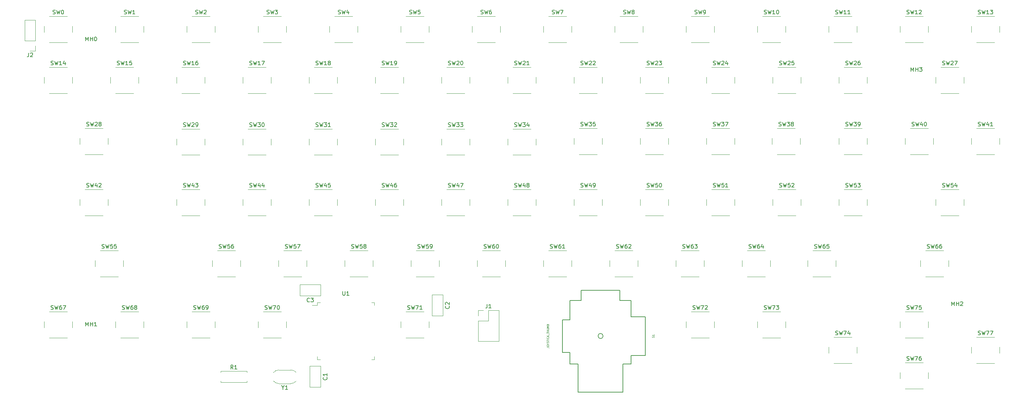
<source format=gbr>
G04 #@! TF.GenerationSoftware,KiCad,Pcbnew,(5.0.2)-1*
G04 #@! TF.CreationDate,2019-01-21T23:15:36+01:00*
G04 #@! TF.ProjectId,schematic,73636865-6d61-4746-9963-2e6b69636164,rev?*
G04 #@! TF.SameCoordinates,Original*
G04 #@! TF.FileFunction,Legend,Top*
G04 #@! TF.FilePolarity,Positive*
%FSLAX46Y46*%
G04 Gerber Fmt 4.6, Leading zero omitted, Abs format (unit mm)*
G04 Created by KiCad (PCBNEW (5.0.2)-1) date 21.01.2019 23:15:36*
%MOMM*%
%LPD*%
G01*
G04 APERTURE LIST*
%ADD10C,0.120000*%
%ADD11C,0.203200*%
%ADD12C,0.150000*%
%ADD13C,0.050000*%
G04 APERTURE END LIST*
D10*
G04 #@! TO.C,R1*
X82010000Y-129640000D02*
X82010000Y-129310000D01*
X75470000Y-129640000D02*
X82010000Y-129640000D01*
X75470000Y-129310000D02*
X75470000Y-129640000D01*
X82010000Y-126900000D02*
X82010000Y-127230000D01*
X75470000Y-126900000D02*
X82010000Y-126900000D01*
X75470000Y-127230000D02*
X75470000Y-126900000D01*
G04 #@! TO.C,C1*
X100430000Y-130870000D02*
X97690000Y-130870000D01*
X100430000Y-125630000D02*
X97690000Y-125630000D01*
X97690000Y-125630000D02*
X97690000Y-130870000D01*
X100430000Y-125630000D02*
X100430000Y-130870000D01*
G04 #@! TO.C,C3*
X95190000Y-108050000D02*
X95190000Y-105310000D01*
X100430000Y-108050000D02*
X100430000Y-105310000D01*
X100430000Y-105310000D02*
X95190000Y-105310000D01*
X100430000Y-108050000D02*
X95190000Y-108050000D01*
G04 #@! TO.C,C2*
X130910000Y-113090000D02*
X128170000Y-113090000D01*
X130910000Y-107850000D02*
X128170000Y-107850000D01*
X128170000Y-107850000D02*
X128170000Y-113090000D01*
X130910000Y-107850000D02*
X130910000Y-113090000D01*
D11*
G04 #@! TO.C,S1*
X164592000Y-132080000D02*
X175768000Y-132080000D01*
X165354000Y-106680000D02*
X175006000Y-106680000D01*
X165354000Y-106680000D02*
X165354000Y-109220000D01*
X175006000Y-106680000D02*
X175006000Y-109220000D01*
X165354000Y-109220000D02*
X162560000Y-109220000D01*
X175006000Y-109220000D02*
X177800000Y-109220000D01*
X160655000Y-122174000D02*
X160655000Y-114046000D01*
X162560000Y-122174000D02*
X162560000Y-125095000D01*
X162560000Y-114046000D02*
X162560000Y-109220000D01*
X162560000Y-122174000D02*
X160655000Y-122174000D01*
X162560000Y-114046000D02*
X160655000Y-114046000D01*
X162560000Y-125095000D02*
X164592000Y-125095000D01*
X175768000Y-125095000D02*
X177800000Y-125095000D01*
X164592000Y-132080000D02*
X164592000Y-125095000D01*
X175768000Y-132080000D02*
X175768000Y-125095000D01*
X177800000Y-122936000D02*
X181356000Y-122936000D01*
X177800000Y-113284000D02*
X181356000Y-113284000D01*
X181356000Y-122936000D02*
X181356000Y-113284000D01*
X177800000Y-122936000D02*
X177800000Y-125095000D01*
X177800000Y-113284000D02*
X177800000Y-109220000D01*
X170815000Y-118110000D02*
G75*
G03X170815000Y-118110000I-635000J0D01*
G01*
D10*
G04 #@! TO.C,U1*
X100270000Y-109730000D02*
X99570000Y-109730000D01*
X99570000Y-109730000D02*
X99570000Y-110430000D01*
X113090000Y-109730000D02*
X113790000Y-109730000D01*
X113790000Y-109730000D02*
X113790000Y-110430000D01*
X100270000Y-123950000D02*
X99570000Y-123950000D01*
X99570000Y-123950000D02*
X99570000Y-123250000D01*
X113090000Y-123950000D02*
X113790000Y-123950000D01*
X113790000Y-123950000D02*
X113790000Y-123250000D01*
X99570000Y-110430000D02*
X98280000Y-110430000D01*
G04 #@! TO.C,SW31*
X104540000Y-70463076D02*
X104540000Y-68963076D01*
X103290000Y-66463076D02*
X98790000Y-66463076D01*
X97540000Y-68963076D02*
X97540000Y-70463076D01*
X98790000Y-72963076D02*
X103290000Y-72963076D01*
G04 #@! TO.C,SW22*
X164830000Y-57570000D02*
X169330000Y-57570000D01*
X163580000Y-53570000D02*
X163580000Y-55070000D01*
X169330000Y-51070000D02*
X164830000Y-51070000D01*
X170580000Y-55070000D02*
X170580000Y-53570000D01*
G04 #@! TO.C,SW23*
X187090000Y-55070000D02*
X187090000Y-53570000D01*
X185840000Y-51070000D02*
X181340000Y-51070000D01*
X180090000Y-53570000D02*
X180090000Y-55070000D01*
X181340000Y-57570000D02*
X185840000Y-57570000D01*
G04 #@! TO.C,SW24*
X197850000Y-57570000D02*
X202350000Y-57570000D01*
X196600000Y-53570000D02*
X196600000Y-55070000D01*
X202350000Y-51070000D02*
X197850000Y-51070000D01*
X203600000Y-55070000D02*
X203600000Y-53570000D01*
G04 #@! TO.C,SW25*
X220110000Y-55070000D02*
X220110000Y-53570000D01*
X218860000Y-51070000D02*
X214360000Y-51070000D01*
X213110000Y-53570000D02*
X213110000Y-55070000D01*
X214360000Y-57570000D02*
X218860000Y-57570000D01*
G04 #@! TO.C,SW26*
X230870000Y-57570000D02*
X235370000Y-57570000D01*
X229620000Y-53570000D02*
X229620000Y-55070000D01*
X235370000Y-51070000D02*
X230870000Y-51070000D01*
X236620000Y-55070000D02*
X236620000Y-53570000D01*
G04 #@! TO.C,SW27*
X260750000Y-55070000D02*
X260750000Y-53570000D01*
X259500000Y-51070000D02*
X255000000Y-51070000D01*
X253750000Y-53570000D02*
X253750000Y-55070000D01*
X255000000Y-57570000D02*
X259500000Y-57570000D01*
G04 #@! TO.C,SW28*
X41640000Y-72810000D02*
X46140000Y-72810000D01*
X40390000Y-68810000D02*
X40390000Y-70310000D01*
X46140000Y-66310000D02*
X41640000Y-66310000D01*
X47390000Y-70310000D02*
X47390000Y-68810000D01*
G04 #@! TO.C,SW39*
X236620000Y-70310000D02*
X236620000Y-68810000D01*
X235370000Y-66310000D02*
X230870000Y-66310000D01*
X229620000Y-68810000D02*
X229620000Y-70310000D01*
X230870000Y-72810000D02*
X235370000Y-72810000D01*
G04 #@! TO.C,SW0*
X32750000Y-44870000D02*
X37250000Y-44870000D01*
X31500000Y-40870000D02*
X31500000Y-42370000D01*
X37250000Y-38370000D02*
X32750000Y-38370000D01*
X38500000Y-42370000D02*
X38500000Y-40870000D01*
G04 #@! TO.C,SW30*
X88030000Y-70463076D02*
X88030000Y-68963076D01*
X86780000Y-66463076D02*
X82280000Y-66463076D01*
X81030000Y-68963076D02*
X81030000Y-70463076D01*
X82280000Y-72963076D02*
X86780000Y-72963076D01*
G04 #@! TO.C,SW32*
X115300000Y-72963076D02*
X119800000Y-72963076D01*
X114050000Y-68963076D02*
X114050000Y-70463076D01*
X119800000Y-66463076D02*
X115300000Y-66463076D01*
X121050000Y-70463076D02*
X121050000Y-68963076D01*
G04 #@! TO.C,SW33*
X137560000Y-70463076D02*
X137560000Y-68963076D01*
X136310000Y-66463076D02*
X131810000Y-66463076D01*
X130560000Y-68963076D02*
X130560000Y-70463076D01*
X131810000Y-72963076D02*
X136310000Y-72963076D01*
G04 #@! TO.C,SW34*
X148320000Y-72963076D02*
X152820000Y-72963076D01*
X147070000Y-68963076D02*
X147070000Y-70463076D01*
X152820000Y-66463076D02*
X148320000Y-66463076D01*
X154070000Y-70463076D02*
X154070000Y-68963076D01*
G04 #@! TO.C,SW35*
X170580000Y-70310000D02*
X170580000Y-68810000D01*
X169330000Y-66310000D02*
X164830000Y-66310000D01*
X163580000Y-68810000D02*
X163580000Y-70310000D01*
X164830000Y-72810000D02*
X169330000Y-72810000D01*
G04 #@! TO.C,SW36*
X181340000Y-72810000D02*
X185840000Y-72810000D01*
X180090000Y-68810000D02*
X180090000Y-70310000D01*
X185840000Y-66310000D02*
X181340000Y-66310000D01*
X187090000Y-70310000D02*
X187090000Y-68810000D01*
G04 #@! TO.C,SW37*
X203600000Y-70310000D02*
X203600000Y-68810000D01*
X202350000Y-66310000D02*
X197850000Y-66310000D01*
X196600000Y-68810000D02*
X196600000Y-70310000D01*
X197850000Y-72810000D02*
X202350000Y-72810000D01*
G04 #@! TO.C,SW38*
X214210000Y-72810000D02*
X218710000Y-72810000D01*
X212960000Y-68810000D02*
X212960000Y-70310000D01*
X218710000Y-66310000D02*
X214210000Y-66310000D01*
X219960000Y-70310000D02*
X219960000Y-68810000D01*
G04 #@! TO.C,SW29*
X71520000Y-70463076D02*
X71520000Y-68963076D01*
X70270000Y-66463076D02*
X65770000Y-66463076D01*
X64520000Y-68963076D02*
X64520000Y-70463076D01*
X65770000Y-72963076D02*
X70270000Y-72963076D01*
G04 #@! TO.C,SW9*
X192770000Y-44870000D02*
X197270000Y-44870000D01*
X191520000Y-40870000D02*
X191520000Y-42370000D01*
X197270000Y-38370000D02*
X192770000Y-38370000D01*
X198520000Y-42370000D02*
X198520000Y-40870000D01*
G04 #@! TO.C,SW8*
X180740000Y-42370000D02*
X180740000Y-40870000D01*
X179490000Y-38370000D02*
X174990000Y-38370000D01*
X173740000Y-40870000D02*
X173740000Y-42370000D01*
X174990000Y-44870000D02*
X179490000Y-44870000D01*
G04 #@! TO.C,SW7*
X157210000Y-44870000D02*
X161710000Y-44870000D01*
X155960000Y-40870000D02*
X155960000Y-42370000D01*
X161710000Y-38370000D02*
X157210000Y-38370000D01*
X162960000Y-42370000D02*
X162960000Y-40870000D01*
G04 #@! TO.C,SW6*
X145180000Y-42370000D02*
X145180000Y-40870000D01*
X143930000Y-38370000D02*
X139430000Y-38370000D01*
X138180000Y-40870000D02*
X138180000Y-42370000D01*
X139430000Y-44870000D02*
X143930000Y-44870000D01*
G04 #@! TO.C,SW5*
X121650000Y-44870000D02*
X126150000Y-44870000D01*
X120400000Y-40870000D02*
X120400000Y-42370000D01*
X126150000Y-38370000D02*
X121650000Y-38370000D01*
X127400000Y-42370000D02*
X127400000Y-40870000D01*
G04 #@! TO.C,SW4*
X109620000Y-42370000D02*
X109620000Y-40870000D01*
X108370000Y-38370000D02*
X103870000Y-38370000D01*
X102620000Y-40870000D02*
X102620000Y-42370000D01*
X103870000Y-44870000D02*
X108370000Y-44870000D01*
G04 #@! TO.C,SW3*
X86090000Y-44870000D02*
X90590000Y-44870000D01*
X84840000Y-40870000D02*
X84840000Y-42370000D01*
X90590000Y-38370000D02*
X86090000Y-38370000D01*
X91840000Y-42370000D02*
X91840000Y-40870000D01*
G04 #@! TO.C,SW2*
X74060000Y-42370000D02*
X74060000Y-40870000D01*
X72810000Y-38370000D02*
X68310000Y-38370000D01*
X67060000Y-40870000D02*
X67060000Y-42370000D01*
X68310000Y-44870000D02*
X72810000Y-44870000D01*
G04 #@! TO.C,SW19*
X115300000Y-57570000D02*
X119800000Y-57570000D01*
X114050000Y-53570000D02*
X114050000Y-55070000D01*
X119800000Y-51070000D02*
X115300000Y-51070000D01*
X121050000Y-55070000D02*
X121050000Y-53570000D01*
G04 #@! TO.C,SW21*
X154070000Y-55070000D02*
X154070000Y-53570000D01*
X152820000Y-51070000D02*
X148320000Y-51070000D01*
X147070000Y-53570000D02*
X147070000Y-55070000D01*
X148320000Y-57570000D02*
X152820000Y-57570000D01*
G04 #@! TO.C,SW20*
X131810000Y-57570000D02*
X136310000Y-57570000D01*
X130560000Y-53570000D02*
X130560000Y-55070000D01*
X136310000Y-51070000D02*
X131810000Y-51070000D01*
X137560000Y-55070000D02*
X137560000Y-53570000D01*
G04 #@! TO.C,SW11*
X234080000Y-42370000D02*
X234080000Y-40870000D01*
X232830000Y-38370000D02*
X228330000Y-38370000D01*
X227080000Y-40870000D02*
X227080000Y-42370000D01*
X228330000Y-44870000D02*
X232830000Y-44870000D01*
G04 #@! TO.C,SW12*
X246110000Y-44870000D02*
X250610000Y-44870000D01*
X244860000Y-40870000D02*
X244860000Y-42370000D01*
X250610000Y-38370000D02*
X246110000Y-38370000D01*
X251860000Y-42370000D02*
X251860000Y-40870000D01*
G04 #@! TO.C,SW13*
X269640000Y-42370000D02*
X269640000Y-40870000D01*
X268390000Y-38370000D02*
X263890000Y-38370000D01*
X262640000Y-40870000D02*
X262640000Y-42370000D01*
X263890000Y-44870000D02*
X268390000Y-44870000D01*
G04 #@! TO.C,SW14*
X32750000Y-57570000D02*
X37250000Y-57570000D01*
X31500000Y-53570000D02*
X31500000Y-55070000D01*
X37250000Y-51070000D02*
X32750000Y-51070000D01*
X38500000Y-55070000D02*
X38500000Y-53570000D01*
G04 #@! TO.C,SW15*
X55010000Y-55070000D02*
X55010000Y-53570000D01*
X53760000Y-51070000D02*
X49260000Y-51070000D01*
X48010000Y-53570000D02*
X48010000Y-55070000D01*
X49260000Y-57570000D02*
X53760000Y-57570000D01*
G04 #@! TO.C,SW16*
X65770000Y-57570000D02*
X70270000Y-57570000D01*
X64520000Y-53570000D02*
X64520000Y-55070000D01*
X70270000Y-51070000D02*
X65770000Y-51070000D01*
X71520000Y-55070000D02*
X71520000Y-53570000D01*
G04 #@! TO.C,SW17*
X88030000Y-55070000D02*
X88030000Y-53570000D01*
X86780000Y-51070000D02*
X82280000Y-51070000D01*
X81030000Y-53570000D02*
X81030000Y-55070000D01*
X82280000Y-57570000D02*
X86780000Y-57570000D01*
G04 #@! TO.C,SW18*
X98790000Y-57570000D02*
X103290000Y-57570000D01*
X97540000Y-53570000D02*
X97540000Y-55070000D01*
X103290000Y-51070000D02*
X98790000Y-51070000D01*
X104540000Y-55070000D02*
X104540000Y-53570000D01*
G04 #@! TO.C,SW1*
X56280000Y-42370000D02*
X56280000Y-40870000D01*
X55030000Y-38370000D02*
X50530000Y-38370000D01*
X49280000Y-40870000D02*
X49280000Y-42370000D01*
X50530000Y-44870000D02*
X55030000Y-44870000D01*
G04 #@! TO.C,SW69*
X68310000Y-118530000D02*
X72810000Y-118530000D01*
X67060000Y-114530000D02*
X67060000Y-116030000D01*
X72810000Y-112030000D02*
X68310000Y-112030000D01*
X74060000Y-116030000D02*
X74060000Y-114530000D01*
G04 #@! TO.C,SW60*
X146450000Y-100790000D02*
X146450000Y-99290000D01*
X145200000Y-96790000D02*
X140700000Y-96790000D01*
X139450000Y-99290000D02*
X139450000Y-100790000D01*
X140700000Y-103290000D02*
X145200000Y-103290000D01*
G04 #@! TO.C,SW61*
X157210000Y-103290000D02*
X161710000Y-103290000D01*
X155960000Y-99290000D02*
X155960000Y-100790000D01*
X161710000Y-96790000D02*
X157210000Y-96790000D01*
X162960000Y-100790000D02*
X162960000Y-99290000D01*
G04 #@! TO.C,SW62*
X179470000Y-100790000D02*
X179470000Y-99290000D01*
X178220000Y-96790000D02*
X173720000Y-96790000D01*
X172470000Y-99290000D02*
X172470000Y-100790000D01*
X173720000Y-103290000D02*
X178220000Y-103290000D01*
G04 #@! TO.C,SW63*
X190230000Y-103290000D02*
X194730000Y-103290000D01*
X188980000Y-99290000D02*
X188980000Y-100790000D01*
X194730000Y-96790000D02*
X190230000Y-96790000D01*
X195980000Y-100790000D02*
X195980000Y-99290000D01*
G04 #@! TO.C,SW64*
X212490000Y-100790000D02*
X212490000Y-99290000D01*
X211240000Y-96790000D02*
X206740000Y-96790000D01*
X205490000Y-99290000D02*
X205490000Y-100790000D01*
X206740000Y-103290000D02*
X211240000Y-103290000D01*
G04 #@! TO.C,SW65*
X223100000Y-103290000D02*
X227600000Y-103290000D01*
X221850000Y-99290000D02*
X221850000Y-100790000D01*
X227600000Y-96790000D02*
X223100000Y-96790000D01*
X228850000Y-100790000D02*
X228850000Y-99290000D01*
G04 #@! TO.C,SW66*
X256940000Y-100790000D02*
X256940000Y-99290000D01*
X255690000Y-96790000D02*
X251190000Y-96790000D01*
X249940000Y-99290000D02*
X249940000Y-100790000D01*
X251190000Y-103290000D02*
X255690000Y-103290000D01*
G04 #@! TO.C,SW58*
X107680000Y-103290000D02*
X112180000Y-103290000D01*
X106430000Y-99290000D02*
X106430000Y-100790000D01*
X112180000Y-96790000D02*
X107680000Y-96790000D01*
X113430000Y-100790000D02*
X113430000Y-99290000D01*
G04 #@! TO.C,SW59*
X129940000Y-100790000D02*
X129940000Y-99290000D01*
X128690000Y-96790000D02*
X124190000Y-96790000D01*
X122940000Y-99290000D02*
X122940000Y-100790000D01*
X124190000Y-103290000D02*
X128690000Y-103290000D01*
G04 #@! TO.C,SW10*
X210550000Y-44870000D02*
X215050000Y-44870000D01*
X209300000Y-40870000D02*
X209300000Y-42370000D01*
X215050000Y-38370000D02*
X210550000Y-38370000D01*
X216300000Y-42370000D02*
X216300000Y-40870000D01*
G04 #@! TO.C,SW70*
X91840000Y-116030000D02*
X91840000Y-114530000D01*
X90590000Y-112030000D02*
X86090000Y-112030000D01*
X84840000Y-114530000D02*
X84840000Y-116030000D01*
X86090000Y-118530000D02*
X90590000Y-118530000D01*
G04 #@! TO.C,SW71*
X121650000Y-118530000D02*
X126150000Y-118530000D01*
X120400000Y-114530000D02*
X120400000Y-116030000D01*
X126150000Y-112030000D02*
X121650000Y-112030000D01*
X127400000Y-116030000D02*
X127400000Y-114530000D01*
G04 #@! TO.C,SW72*
X198520000Y-116030000D02*
X198520000Y-114530000D01*
X197270000Y-112030000D02*
X192770000Y-112030000D01*
X191520000Y-114530000D02*
X191520000Y-116030000D01*
X192770000Y-118530000D02*
X197270000Y-118530000D01*
G04 #@! TO.C,SW73*
X210550000Y-118530000D02*
X215050000Y-118530000D01*
X209300000Y-114530000D02*
X209300000Y-116030000D01*
X215050000Y-112030000D02*
X210550000Y-112030000D01*
X216300000Y-116030000D02*
X216300000Y-114530000D01*
G04 #@! TO.C,SW74*
X234080000Y-122380000D02*
X234080000Y-120880000D01*
X232830000Y-118380000D02*
X228330000Y-118380000D01*
X227080000Y-120880000D02*
X227080000Y-122380000D01*
X228330000Y-124880000D02*
X232830000Y-124880000D01*
G04 #@! TO.C,SW75*
X246110000Y-118530000D02*
X250610000Y-118530000D01*
X244860000Y-114530000D02*
X244860000Y-116030000D01*
X250610000Y-112030000D02*
X246110000Y-112030000D01*
X251860000Y-116030000D02*
X251860000Y-114530000D01*
G04 #@! TO.C,SW76*
X251860000Y-128730000D02*
X251860000Y-127230000D01*
X250610000Y-124730000D02*
X246110000Y-124730000D01*
X244860000Y-127230000D02*
X244860000Y-128730000D01*
X246110000Y-131230000D02*
X250610000Y-131230000D01*
G04 #@! TO.C,SW67*
X32750000Y-118530000D02*
X37250000Y-118530000D01*
X31500000Y-114530000D02*
X31500000Y-116030000D01*
X37250000Y-112030000D02*
X32750000Y-112030000D01*
X38500000Y-116030000D02*
X38500000Y-114530000D01*
G04 #@! TO.C,SW77*
X269640000Y-122380000D02*
X269640000Y-120880000D01*
X268390000Y-118380000D02*
X263890000Y-118380000D01*
X262640000Y-120880000D02*
X262640000Y-122380000D01*
X263890000Y-124880000D02*
X268390000Y-124880000D01*
G04 #@! TO.C,SW40*
X247380000Y-72810000D02*
X251880000Y-72810000D01*
X246130000Y-68810000D02*
X246130000Y-70310000D01*
X251880000Y-66310000D02*
X247380000Y-66310000D01*
X253130000Y-70310000D02*
X253130000Y-68810000D01*
G04 #@! TO.C,SW42*
X47390000Y-85550000D02*
X47390000Y-84050000D01*
X46140000Y-81550000D02*
X41640000Y-81550000D01*
X40390000Y-84050000D02*
X40390000Y-85550000D01*
X41640000Y-88050000D02*
X46140000Y-88050000D01*
G04 #@! TO.C,SW43*
X65770000Y-88050000D02*
X70270000Y-88050000D01*
X64520000Y-84050000D02*
X64520000Y-85550000D01*
X70270000Y-81550000D02*
X65770000Y-81550000D01*
X71520000Y-85550000D02*
X71520000Y-84050000D01*
G04 #@! TO.C,SW44*
X88030000Y-85550000D02*
X88030000Y-84050000D01*
X86780000Y-81550000D02*
X82280000Y-81550000D01*
X81030000Y-84050000D02*
X81030000Y-85550000D01*
X82280000Y-88050000D02*
X86780000Y-88050000D01*
G04 #@! TO.C,SW45*
X98790000Y-88050000D02*
X103290000Y-88050000D01*
X97540000Y-84050000D02*
X97540000Y-85550000D01*
X103290000Y-81550000D02*
X98790000Y-81550000D01*
X104540000Y-85550000D02*
X104540000Y-84050000D01*
G04 #@! TO.C,SW46*
X121050000Y-85550000D02*
X121050000Y-84050000D01*
X119800000Y-81550000D02*
X115300000Y-81550000D01*
X114050000Y-84050000D02*
X114050000Y-85550000D01*
X115300000Y-88050000D02*
X119800000Y-88050000D01*
G04 #@! TO.C,SW47*
X131810000Y-88050000D02*
X136310000Y-88050000D01*
X130560000Y-84050000D02*
X130560000Y-85550000D01*
X136310000Y-81550000D02*
X131810000Y-81550000D01*
X137560000Y-85550000D02*
X137560000Y-84050000D01*
G04 #@! TO.C,SW48*
X154070000Y-85550000D02*
X154070000Y-84050000D01*
X152820000Y-81550000D02*
X148320000Y-81550000D01*
X147070000Y-84050000D02*
X147070000Y-85550000D01*
X148320000Y-88050000D02*
X152820000Y-88050000D01*
G04 #@! TO.C,SW49*
X164830000Y-88050000D02*
X169330000Y-88050000D01*
X163580000Y-84050000D02*
X163580000Y-85550000D01*
X169330000Y-81550000D02*
X164830000Y-81550000D01*
X170580000Y-85550000D02*
X170580000Y-84050000D01*
G04 #@! TO.C,SW41*
X269640000Y-70310000D02*
X269640000Y-68810000D01*
X268390000Y-66310000D02*
X263890000Y-66310000D01*
X262640000Y-68810000D02*
X262640000Y-70310000D01*
X263890000Y-72810000D02*
X268390000Y-72810000D01*
G04 #@! TO.C,SW50*
X181340000Y-88050000D02*
X185840000Y-88050000D01*
X180090000Y-84050000D02*
X180090000Y-85550000D01*
X185840000Y-81550000D02*
X181340000Y-81550000D01*
X187090000Y-85550000D02*
X187090000Y-84050000D01*
G04 #@! TO.C,SW57*
X96920000Y-100790000D02*
X96920000Y-99290000D01*
X95670000Y-96790000D02*
X91170000Y-96790000D01*
X89920000Y-99290000D02*
X89920000Y-100790000D01*
X91170000Y-103290000D02*
X95670000Y-103290000D01*
G04 #@! TO.C,SW56*
X74660000Y-103290000D02*
X79160000Y-103290000D01*
X73410000Y-99290000D02*
X73410000Y-100790000D01*
X79160000Y-96790000D02*
X74660000Y-96790000D01*
X80410000Y-100790000D02*
X80410000Y-99290000D01*
G04 #@! TO.C,SW55*
X51200000Y-100790000D02*
X51200000Y-99290000D01*
X49950000Y-96790000D02*
X45450000Y-96790000D01*
X44200000Y-99290000D02*
X44200000Y-100790000D01*
X45450000Y-103290000D02*
X49950000Y-103290000D01*
G04 #@! TO.C,SW54*
X255000000Y-88050000D02*
X259500000Y-88050000D01*
X253750000Y-84050000D02*
X253750000Y-85550000D01*
X259500000Y-81550000D02*
X255000000Y-81550000D01*
X260750000Y-85550000D02*
X260750000Y-84050000D01*
G04 #@! TO.C,SW53*
X236620000Y-85550000D02*
X236620000Y-84050000D01*
X235370000Y-81550000D02*
X230870000Y-81550000D01*
X229620000Y-84050000D02*
X229620000Y-85550000D01*
X230870000Y-88050000D02*
X235370000Y-88050000D01*
G04 #@! TO.C,SW52*
X214360000Y-88050000D02*
X218860000Y-88050000D01*
X213110000Y-84050000D02*
X213110000Y-85550000D01*
X218860000Y-81550000D02*
X214360000Y-81550000D01*
X220110000Y-85550000D02*
X220110000Y-84050000D01*
G04 #@! TO.C,SW51*
X203600000Y-85550000D02*
X203600000Y-84050000D01*
X202350000Y-81550000D02*
X197850000Y-81550000D01*
X196600000Y-84050000D02*
X196600000Y-85550000D01*
X197850000Y-88050000D02*
X202350000Y-88050000D01*
G04 #@! TO.C,SW68*
X50530000Y-118530000D02*
X55030000Y-118530000D01*
X49280000Y-114530000D02*
X49280000Y-116030000D01*
X55030000Y-112030000D02*
X50530000Y-112030000D01*
X56280000Y-116030000D02*
X56280000Y-114530000D01*
G04 #@! TO.C,J2*
X29270000Y-39310000D02*
X26610000Y-39310000D01*
X29270000Y-44450000D02*
X29270000Y-39310000D01*
X26610000Y-44450000D02*
X26610000Y-39310000D01*
X29270000Y-44450000D02*
X26610000Y-44450000D01*
X29270000Y-45720000D02*
X29270000Y-47050000D01*
X29270000Y-47050000D02*
X27940000Y-47050000D01*
G04 #@! TO.C,J1*
X139640000Y-119440000D02*
X144840000Y-119440000D01*
X139640000Y-114300000D02*
X139640000Y-119440000D01*
X144840000Y-111700000D02*
X144840000Y-119440000D01*
X139640000Y-114300000D02*
X142240000Y-114300000D01*
X142240000Y-114300000D02*
X142240000Y-111700000D01*
X142240000Y-111700000D02*
X144840000Y-111700000D01*
X139640000Y-113030000D02*
X139640000Y-111700000D01*
X139640000Y-111700000D02*
X140970000Y-111700000D01*
G04 #@! TO.C,Y1*
X92980000Y-129970000D02*
X89980000Y-129970000D01*
X92980000Y-126570000D02*
X89980000Y-126570000D01*
X94317790Y-129318961D02*
G75*
G02X92980000Y-129970000I-1337790J1048961D01*
G01*
X88642210Y-129318961D02*
G75*
G03X89980000Y-129970000I1337790J1048961D01*
G01*
X94317790Y-127221039D02*
G75*
G03X92980000Y-126570000I-1337790J-1048961D01*
G01*
X88642210Y-127221039D02*
G75*
G02X89980000Y-126570000I1337790J-1048961D01*
G01*
G04 #@! TO.C,R1*
D12*
X78573333Y-126352380D02*
X78240000Y-125876190D01*
X78001904Y-126352380D02*
X78001904Y-125352380D01*
X78382857Y-125352380D01*
X78478095Y-125400000D01*
X78525714Y-125447619D01*
X78573333Y-125542857D01*
X78573333Y-125685714D01*
X78525714Y-125780952D01*
X78478095Y-125828571D01*
X78382857Y-125876190D01*
X78001904Y-125876190D01*
X79525714Y-126352380D02*
X78954285Y-126352380D01*
X79240000Y-126352380D02*
X79240000Y-125352380D01*
X79144761Y-125495238D01*
X79049523Y-125590476D01*
X78954285Y-125638095D01*
G04 #@! TO.C,C1*
X101917142Y-128416666D02*
X101964761Y-128464285D01*
X102012380Y-128607142D01*
X102012380Y-128702380D01*
X101964761Y-128845238D01*
X101869523Y-128940476D01*
X101774285Y-128988095D01*
X101583809Y-129035714D01*
X101440952Y-129035714D01*
X101250476Y-128988095D01*
X101155238Y-128940476D01*
X101060000Y-128845238D01*
X101012380Y-128702380D01*
X101012380Y-128607142D01*
X101060000Y-128464285D01*
X101107619Y-128416666D01*
X102012380Y-127464285D02*
X102012380Y-128035714D01*
X102012380Y-127750000D02*
X101012380Y-127750000D01*
X101155238Y-127845238D01*
X101250476Y-127940476D01*
X101298095Y-128035714D01*
G04 #@! TO.C,C3*
X97643333Y-109537142D02*
X97595714Y-109584761D01*
X97452857Y-109632380D01*
X97357619Y-109632380D01*
X97214761Y-109584761D01*
X97119523Y-109489523D01*
X97071904Y-109394285D01*
X97024285Y-109203809D01*
X97024285Y-109060952D01*
X97071904Y-108870476D01*
X97119523Y-108775238D01*
X97214761Y-108680000D01*
X97357619Y-108632380D01*
X97452857Y-108632380D01*
X97595714Y-108680000D01*
X97643333Y-108727619D01*
X97976666Y-108632380D02*
X98595714Y-108632380D01*
X98262380Y-109013333D01*
X98405238Y-109013333D01*
X98500476Y-109060952D01*
X98548095Y-109108571D01*
X98595714Y-109203809D01*
X98595714Y-109441904D01*
X98548095Y-109537142D01*
X98500476Y-109584761D01*
X98405238Y-109632380D01*
X98119523Y-109632380D01*
X98024285Y-109584761D01*
X97976666Y-109537142D01*
G04 #@! TO.C,C2*
X132397142Y-110636666D02*
X132444761Y-110684285D01*
X132492380Y-110827142D01*
X132492380Y-110922380D01*
X132444761Y-111065238D01*
X132349523Y-111160476D01*
X132254285Y-111208095D01*
X132063809Y-111255714D01*
X131920952Y-111255714D01*
X131730476Y-111208095D01*
X131635238Y-111160476D01*
X131540000Y-111065238D01*
X131492380Y-110922380D01*
X131492380Y-110827142D01*
X131540000Y-110684285D01*
X131587619Y-110636666D01*
X131587619Y-110255714D02*
X131540000Y-110208095D01*
X131492380Y-110112857D01*
X131492380Y-109874761D01*
X131540000Y-109779523D01*
X131587619Y-109731904D01*
X131682857Y-109684285D01*
X131778095Y-109684285D01*
X131920952Y-109731904D01*
X132492380Y-110303333D01*
X132492380Y-109684285D01*
G04 #@! TO.C,MH3*
X247586666Y-52132380D02*
X247586666Y-51132380D01*
X247920000Y-51846666D01*
X248253333Y-51132380D01*
X248253333Y-52132380D01*
X248729523Y-52132380D02*
X248729523Y-51132380D01*
X248729523Y-51608571D02*
X249300952Y-51608571D01*
X249300952Y-52132380D02*
X249300952Y-51132380D01*
X249681904Y-51132380D02*
X250300952Y-51132380D01*
X249967619Y-51513333D01*
X250110476Y-51513333D01*
X250205714Y-51560952D01*
X250253333Y-51608571D01*
X250300952Y-51703809D01*
X250300952Y-51941904D01*
X250253333Y-52037142D01*
X250205714Y-52084761D01*
X250110476Y-52132380D01*
X249824761Y-52132380D01*
X249729523Y-52084761D01*
X249681904Y-52037142D01*
G04 #@! TO.C,MH2*
X257746666Y-110552380D02*
X257746666Y-109552380D01*
X258080000Y-110266666D01*
X258413333Y-109552380D01*
X258413333Y-110552380D01*
X258889523Y-110552380D02*
X258889523Y-109552380D01*
X258889523Y-110028571D02*
X259460952Y-110028571D01*
X259460952Y-110552380D02*
X259460952Y-109552380D01*
X259889523Y-109647619D02*
X259937142Y-109600000D01*
X260032380Y-109552380D01*
X260270476Y-109552380D01*
X260365714Y-109600000D01*
X260413333Y-109647619D01*
X260460952Y-109742857D01*
X260460952Y-109838095D01*
X260413333Y-109980952D01*
X259841904Y-110552380D01*
X260460952Y-110552380D01*
G04 #@! TO.C,MH1*
X41846666Y-115632380D02*
X41846666Y-114632380D01*
X42180000Y-115346666D01*
X42513333Y-114632380D01*
X42513333Y-115632380D01*
X42989523Y-115632380D02*
X42989523Y-114632380D01*
X42989523Y-115108571D02*
X43560952Y-115108571D01*
X43560952Y-115632380D02*
X43560952Y-114632380D01*
X44560952Y-115632380D02*
X43989523Y-115632380D01*
X44275238Y-115632380D02*
X44275238Y-114632380D01*
X44180000Y-114775238D01*
X44084761Y-114870476D01*
X43989523Y-114918095D01*
G04 #@! TO.C,S1*
D13*
X183506085Y-118475714D02*
X183528942Y-118407142D01*
X183528942Y-118292857D01*
X183506085Y-118247142D01*
X183483228Y-118224285D01*
X183437514Y-118201428D01*
X183391800Y-118201428D01*
X183346085Y-118224285D01*
X183323228Y-118247142D01*
X183300371Y-118292857D01*
X183277514Y-118384285D01*
X183254657Y-118430000D01*
X183231800Y-118452857D01*
X183186085Y-118475714D01*
X183140371Y-118475714D01*
X183094657Y-118452857D01*
X183071800Y-118430000D01*
X183048942Y-118384285D01*
X183048942Y-118270000D01*
X183071800Y-118201428D01*
X183528942Y-117744285D02*
X183528942Y-118018571D01*
X183528942Y-117881428D02*
X183048942Y-117881428D01*
X183117514Y-117927142D01*
X183163228Y-117972857D01*
X183186085Y-118018571D01*
X156785342Y-120887142D02*
X157128200Y-120887142D01*
X157196771Y-120910000D01*
X157242485Y-120955714D01*
X157265342Y-121024285D01*
X157265342Y-121070000D01*
X156785342Y-120567142D02*
X156785342Y-120475714D01*
X156808200Y-120430000D01*
X156853914Y-120384285D01*
X156945342Y-120361428D01*
X157105342Y-120361428D01*
X157196771Y-120384285D01*
X157242485Y-120430000D01*
X157265342Y-120475714D01*
X157265342Y-120567142D01*
X157242485Y-120612857D01*
X157196771Y-120658571D01*
X157105342Y-120681428D01*
X156945342Y-120681428D01*
X156853914Y-120658571D01*
X156808200Y-120612857D01*
X156785342Y-120567142D01*
X157036771Y-120064285D02*
X157265342Y-120064285D01*
X156785342Y-120224285D02*
X157036771Y-120064285D01*
X156785342Y-119904285D01*
X157242485Y-119767142D02*
X157265342Y-119698571D01*
X157265342Y-119584285D01*
X157242485Y-119538571D01*
X157219628Y-119515714D01*
X157173914Y-119492857D01*
X157128200Y-119492857D01*
X157082485Y-119515714D01*
X157059628Y-119538571D01*
X157036771Y-119584285D01*
X157013914Y-119675714D01*
X156991057Y-119721428D01*
X156968200Y-119744285D01*
X156922485Y-119767142D01*
X156876771Y-119767142D01*
X156831057Y-119744285D01*
X156808200Y-119721428D01*
X156785342Y-119675714D01*
X156785342Y-119561428D01*
X156808200Y-119492857D01*
X156785342Y-119355714D02*
X156785342Y-119081428D01*
X157265342Y-119218571D02*
X156785342Y-119218571D01*
X157265342Y-118921428D02*
X156785342Y-118921428D01*
X157219628Y-118418571D02*
X157242485Y-118441428D01*
X157265342Y-118510000D01*
X157265342Y-118555714D01*
X157242485Y-118624285D01*
X157196771Y-118670000D01*
X157151057Y-118692857D01*
X157059628Y-118715714D01*
X156991057Y-118715714D01*
X156899628Y-118692857D01*
X156853914Y-118670000D01*
X156808200Y-118624285D01*
X156785342Y-118555714D01*
X156785342Y-118510000D01*
X156808200Y-118441428D01*
X156831057Y-118418571D01*
X157265342Y-118212857D02*
X156785342Y-118212857D01*
X157265342Y-117938571D02*
X156991057Y-118144285D01*
X156785342Y-117938571D02*
X157059628Y-118212857D01*
X157311057Y-117847142D02*
X157311057Y-117481428D01*
X156785342Y-117435714D02*
X156785342Y-117161428D01*
X157265342Y-117298571D02*
X156785342Y-117298571D01*
X157265342Y-117001428D02*
X156785342Y-117001428D01*
X157013914Y-117001428D02*
X157013914Y-116727142D01*
X157265342Y-116727142D02*
X156785342Y-116727142D01*
X156785342Y-116498571D02*
X157173914Y-116498571D01*
X157219628Y-116475714D01*
X157242485Y-116452857D01*
X157265342Y-116407142D01*
X157265342Y-116315714D01*
X157242485Y-116270000D01*
X157219628Y-116247142D01*
X157173914Y-116224285D01*
X156785342Y-116224285D01*
X157265342Y-115995714D02*
X156785342Y-115995714D01*
X157128200Y-115835714D01*
X156785342Y-115675714D01*
X157265342Y-115675714D01*
X157013914Y-115287142D02*
X157036771Y-115218571D01*
X157059628Y-115195714D01*
X157105342Y-115172857D01*
X157173914Y-115172857D01*
X157219628Y-115195714D01*
X157242485Y-115218571D01*
X157265342Y-115264285D01*
X157265342Y-115447142D01*
X156785342Y-115447142D01*
X156785342Y-115287142D01*
X156808200Y-115241428D01*
X156831057Y-115218571D01*
X156876771Y-115195714D01*
X156922485Y-115195714D01*
X156968200Y-115218571D01*
X156991057Y-115241428D01*
X157013914Y-115287142D01*
X157013914Y-115447142D01*
G04 #@! TO.C,U1*
D12*
X105918095Y-106942380D02*
X105918095Y-107751904D01*
X105965714Y-107847142D01*
X106013333Y-107894761D01*
X106108571Y-107942380D01*
X106299047Y-107942380D01*
X106394285Y-107894761D01*
X106441904Y-107847142D01*
X106489523Y-107751904D01*
X106489523Y-106942380D01*
X107489523Y-107942380D02*
X106918095Y-107942380D01*
X107203809Y-107942380D02*
X107203809Y-106942380D01*
X107108571Y-107085238D01*
X107013333Y-107180476D01*
X106918095Y-107228095D01*
G04 #@! TO.C,SW31*
X99230476Y-65867837D02*
X99373333Y-65915456D01*
X99611428Y-65915456D01*
X99706666Y-65867837D01*
X99754285Y-65820218D01*
X99801904Y-65724980D01*
X99801904Y-65629742D01*
X99754285Y-65534504D01*
X99706666Y-65486885D01*
X99611428Y-65439266D01*
X99420952Y-65391647D01*
X99325714Y-65344028D01*
X99278095Y-65296409D01*
X99230476Y-65201171D01*
X99230476Y-65105933D01*
X99278095Y-65010695D01*
X99325714Y-64963076D01*
X99420952Y-64915456D01*
X99659047Y-64915456D01*
X99801904Y-64963076D01*
X100135238Y-64915456D02*
X100373333Y-65915456D01*
X100563809Y-65201171D01*
X100754285Y-65915456D01*
X100992380Y-64915456D01*
X101278095Y-64915456D02*
X101897142Y-64915456D01*
X101563809Y-65296409D01*
X101706666Y-65296409D01*
X101801904Y-65344028D01*
X101849523Y-65391647D01*
X101897142Y-65486885D01*
X101897142Y-65724980D01*
X101849523Y-65820218D01*
X101801904Y-65867837D01*
X101706666Y-65915456D01*
X101420952Y-65915456D01*
X101325714Y-65867837D01*
X101278095Y-65820218D01*
X102849523Y-65915456D02*
X102278095Y-65915456D01*
X102563809Y-65915456D02*
X102563809Y-64915456D01*
X102468571Y-65058314D01*
X102373333Y-65153552D01*
X102278095Y-65201171D01*
G04 #@! TO.C,SW22*
X165270476Y-50474761D02*
X165413333Y-50522380D01*
X165651428Y-50522380D01*
X165746666Y-50474761D01*
X165794285Y-50427142D01*
X165841904Y-50331904D01*
X165841904Y-50236666D01*
X165794285Y-50141428D01*
X165746666Y-50093809D01*
X165651428Y-50046190D01*
X165460952Y-49998571D01*
X165365714Y-49950952D01*
X165318095Y-49903333D01*
X165270476Y-49808095D01*
X165270476Y-49712857D01*
X165318095Y-49617619D01*
X165365714Y-49570000D01*
X165460952Y-49522380D01*
X165699047Y-49522380D01*
X165841904Y-49570000D01*
X166175238Y-49522380D02*
X166413333Y-50522380D01*
X166603809Y-49808095D01*
X166794285Y-50522380D01*
X167032380Y-49522380D01*
X167365714Y-49617619D02*
X167413333Y-49570000D01*
X167508571Y-49522380D01*
X167746666Y-49522380D01*
X167841904Y-49570000D01*
X167889523Y-49617619D01*
X167937142Y-49712857D01*
X167937142Y-49808095D01*
X167889523Y-49950952D01*
X167318095Y-50522380D01*
X167937142Y-50522380D01*
X168318095Y-49617619D02*
X168365714Y-49570000D01*
X168460952Y-49522380D01*
X168699047Y-49522380D01*
X168794285Y-49570000D01*
X168841904Y-49617619D01*
X168889523Y-49712857D01*
X168889523Y-49808095D01*
X168841904Y-49950952D01*
X168270476Y-50522380D01*
X168889523Y-50522380D01*
G04 #@! TO.C,SW23*
X181780476Y-50474761D02*
X181923333Y-50522380D01*
X182161428Y-50522380D01*
X182256666Y-50474761D01*
X182304285Y-50427142D01*
X182351904Y-50331904D01*
X182351904Y-50236666D01*
X182304285Y-50141428D01*
X182256666Y-50093809D01*
X182161428Y-50046190D01*
X181970952Y-49998571D01*
X181875714Y-49950952D01*
X181828095Y-49903333D01*
X181780476Y-49808095D01*
X181780476Y-49712857D01*
X181828095Y-49617619D01*
X181875714Y-49570000D01*
X181970952Y-49522380D01*
X182209047Y-49522380D01*
X182351904Y-49570000D01*
X182685238Y-49522380D02*
X182923333Y-50522380D01*
X183113809Y-49808095D01*
X183304285Y-50522380D01*
X183542380Y-49522380D01*
X183875714Y-49617619D02*
X183923333Y-49570000D01*
X184018571Y-49522380D01*
X184256666Y-49522380D01*
X184351904Y-49570000D01*
X184399523Y-49617619D01*
X184447142Y-49712857D01*
X184447142Y-49808095D01*
X184399523Y-49950952D01*
X183828095Y-50522380D01*
X184447142Y-50522380D01*
X184780476Y-49522380D02*
X185399523Y-49522380D01*
X185066190Y-49903333D01*
X185209047Y-49903333D01*
X185304285Y-49950952D01*
X185351904Y-49998571D01*
X185399523Y-50093809D01*
X185399523Y-50331904D01*
X185351904Y-50427142D01*
X185304285Y-50474761D01*
X185209047Y-50522380D01*
X184923333Y-50522380D01*
X184828095Y-50474761D01*
X184780476Y-50427142D01*
G04 #@! TO.C,SW24*
X198290476Y-50474761D02*
X198433333Y-50522380D01*
X198671428Y-50522380D01*
X198766666Y-50474761D01*
X198814285Y-50427142D01*
X198861904Y-50331904D01*
X198861904Y-50236666D01*
X198814285Y-50141428D01*
X198766666Y-50093809D01*
X198671428Y-50046190D01*
X198480952Y-49998571D01*
X198385714Y-49950952D01*
X198338095Y-49903333D01*
X198290476Y-49808095D01*
X198290476Y-49712857D01*
X198338095Y-49617619D01*
X198385714Y-49570000D01*
X198480952Y-49522380D01*
X198719047Y-49522380D01*
X198861904Y-49570000D01*
X199195238Y-49522380D02*
X199433333Y-50522380D01*
X199623809Y-49808095D01*
X199814285Y-50522380D01*
X200052380Y-49522380D01*
X200385714Y-49617619D02*
X200433333Y-49570000D01*
X200528571Y-49522380D01*
X200766666Y-49522380D01*
X200861904Y-49570000D01*
X200909523Y-49617619D01*
X200957142Y-49712857D01*
X200957142Y-49808095D01*
X200909523Y-49950952D01*
X200338095Y-50522380D01*
X200957142Y-50522380D01*
X201814285Y-49855714D02*
X201814285Y-50522380D01*
X201576190Y-49474761D02*
X201338095Y-50189047D01*
X201957142Y-50189047D01*
G04 #@! TO.C,SW25*
X214800476Y-50474761D02*
X214943333Y-50522380D01*
X215181428Y-50522380D01*
X215276666Y-50474761D01*
X215324285Y-50427142D01*
X215371904Y-50331904D01*
X215371904Y-50236666D01*
X215324285Y-50141428D01*
X215276666Y-50093809D01*
X215181428Y-50046190D01*
X214990952Y-49998571D01*
X214895714Y-49950952D01*
X214848095Y-49903333D01*
X214800476Y-49808095D01*
X214800476Y-49712857D01*
X214848095Y-49617619D01*
X214895714Y-49570000D01*
X214990952Y-49522380D01*
X215229047Y-49522380D01*
X215371904Y-49570000D01*
X215705238Y-49522380D02*
X215943333Y-50522380D01*
X216133809Y-49808095D01*
X216324285Y-50522380D01*
X216562380Y-49522380D01*
X216895714Y-49617619D02*
X216943333Y-49570000D01*
X217038571Y-49522380D01*
X217276666Y-49522380D01*
X217371904Y-49570000D01*
X217419523Y-49617619D01*
X217467142Y-49712857D01*
X217467142Y-49808095D01*
X217419523Y-49950952D01*
X216848095Y-50522380D01*
X217467142Y-50522380D01*
X218371904Y-49522380D02*
X217895714Y-49522380D01*
X217848095Y-49998571D01*
X217895714Y-49950952D01*
X217990952Y-49903333D01*
X218229047Y-49903333D01*
X218324285Y-49950952D01*
X218371904Y-49998571D01*
X218419523Y-50093809D01*
X218419523Y-50331904D01*
X218371904Y-50427142D01*
X218324285Y-50474761D01*
X218229047Y-50522380D01*
X217990952Y-50522380D01*
X217895714Y-50474761D01*
X217848095Y-50427142D01*
G04 #@! TO.C,SW26*
X231310476Y-50474761D02*
X231453333Y-50522380D01*
X231691428Y-50522380D01*
X231786666Y-50474761D01*
X231834285Y-50427142D01*
X231881904Y-50331904D01*
X231881904Y-50236666D01*
X231834285Y-50141428D01*
X231786666Y-50093809D01*
X231691428Y-50046190D01*
X231500952Y-49998571D01*
X231405714Y-49950952D01*
X231358095Y-49903333D01*
X231310476Y-49808095D01*
X231310476Y-49712857D01*
X231358095Y-49617619D01*
X231405714Y-49570000D01*
X231500952Y-49522380D01*
X231739047Y-49522380D01*
X231881904Y-49570000D01*
X232215238Y-49522380D02*
X232453333Y-50522380D01*
X232643809Y-49808095D01*
X232834285Y-50522380D01*
X233072380Y-49522380D01*
X233405714Y-49617619D02*
X233453333Y-49570000D01*
X233548571Y-49522380D01*
X233786666Y-49522380D01*
X233881904Y-49570000D01*
X233929523Y-49617619D01*
X233977142Y-49712857D01*
X233977142Y-49808095D01*
X233929523Y-49950952D01*
X233358095Y-50522380D01*
X233977142Y-50522380D01*
X234834285Y-49522380D02*
X234643809Y-49522380D01*
X234548571Y-49570000D01*
X234500952Y-49617619D01*
X234405714Y-49760476D01*
X234358095Y-49950952D01*
X234358095Y-50331904D01*
X234405714Y-50427142D01*
X234453333Y-50474761D01*
X234548571Y-50522380D01*
X234739047Y-50522380D01*
X234834285Y-50474761D01*
X234881904Y-50427142D01*
X234929523Y-50331904D01*
X234929523Y-50093809D01*
X234881904Y-49998571D01*
X234834285Y-49950952D01*
X234739047Y-49903333D01*
X234548571Y-49903333D01*
X234453333Y-49950952D01*
X234405714Y-49998571D01*
X234358095Y-50093809D01*
G04 #@! TO.C,SW27*
X255440476Y-50474761D02*
X255583333Y-50522380D01*
X255821428Y-50522380D01*
X255916666Y-50474761D01*
X255964285Y-50427142D01*
X256011904Y-50331904D01*
X256011904Y-50236666D01*
X255964285Y-50141428D01*
X255916666Y-50093809D01*
X255821428Y-50046190D01*
X255630952Y-49998571D01*
X255535714Y-49950952D01*
X255488095Y-49903333D01*
X255440476Y-49808095D01*
X255440476Y-49712857D01*
X255488095Y-49617619D01*
X255535714Y-49570000D01*
X255630952Y-49522380D01*
X255869047Y-49522380D01*
X256011904Y-49570000D01*
X256345238Y-49522380D02*
X256583333Y-50522380D01*
X256773809Y-49808095D01*
X256964285Y-50522380D01*
X257202380Y-49522380D01*
X257535714Y-49617619D02*
X257583333Y-49570000D01*
X257678571Y-49522380D01*
X257916666Y-49522380D01*
X258011904Y-49570000D01*
X258059523Y-49617619D01*
X258107142Y-49712857D01*
X258107142Y-49808095D01*
X258059523Y-49950952D01*
X257488095Y-50522380D01*
X258107142Y-50522380D01*
X258440476Y-49522380D02*
X259107142Y-49522380D01*
X258678571Y-50522380D01*
G04 #@! TO.C,SW28*
X42080476Y-65714761D02*
X42223333Y-65762380D01*
X42461428Y-65762380D01*
X42556666Y-65714761D01*
X42604285Y-65667142D01*
X42651904Y-65571904D01*
X42651904Y-65476666D01*
X42604285Y-65381428D01*
X42556666Y-65333809D01*
X42461428Y-65286190D01*
X42270952Y-65238571D01*
X42175714Y-65190952D01*
X42128095Y-65143333D01*
X42080476Y-65048095D01*
X42080476Y-64952857D01*
X42128095Y-64857619D01*
X42175714Y-64810000D01*
X42270952Y-64762380D01*
X42509047Y-64762380D01*
X42651904Y-64810000D01*
X42985238Y-64762380D02*
X43223333Y-65762380D01*
X43413809Y-65048095D01*
X43604285Y-65762380D01*
X43842380Y-64762380D01*
X44175714Y-64857619D02*
X44223333Y-64810000D01*
X44318571Y-64762380D01*
X44556666Y-64762380D01*
X44651904Y-64810000D01*
X44699523Y-64857619D01*
X44747142Y-64952857D01*
X44747142Y-65048095D01*
X44699523Y-65190952D01*
X44128095Y-65762380D01*
X44747142Y-65762380D01*
X45318571Y-65190952D02*
X45223333Y-65143333D01*
X45175714Y-65095714D01*
X45128095Y-65000476D01*
X45128095Y-64952857D01*
X45175714Y-64857619D01*
X45223333Y-64810000D01*
X45318571Y-64762380D01*
X45509047Y-64762380D01*
X45604285Y-64810000D01*
X45651904Y-64857619D01*
X45699523Y-64952857D01*
X45699523Y-65000476D01*
X45651904Y-65095714D01*
X45604285Y-65143333D01*
X45509047Y-65190952D01*
X45318571Y-65190952D01*
X45223333Y-65238571D01*
X45175714Y-65286190D01*
X45128095Y-65381428D01*
X45128095Y-65571904D01*
X45175714Y-65667142D01*
X45223333Y-65714761D01*
X45318571Y-65762380D01*
X45509047Y-65762380D01*
X45604285Y-65714761D01*
X45651904Y-65667142D01*
X45699523Y-65571904D01*
X45699523Y-65381428D01*
X45651904Y-65286190D01*
X45604285Y-65238571D01*
X45509047Y-65190952D01*
G04 #@! TO.C,SW39*
X231310476Y-65714761D02*
X231453333Y-65762380D01*
X231691428Y-65762380D01*
X231786666Y-65714761D01*
X231834285Y-65667142D01*
X231881904Y-65571904D01*
X231881904Y-65476666D01*
X231834285Y-65381428D01*
X231786666Y-65333809D01*
X231691428Y-65286190D01*
X231500952Y-65238571D01*
X231405714Y-65190952D01*
X231358095Y-65143333D01*
X231310476Y-65048095D01*
X231310476Y-64952857D01*
X231358095Y-64857619D01*
X231405714Y-64810000D01*
X231500952Y-64762380D01*
X231739047Y-64762380D01*
X231881904Y-64810000D01*
X232215238Y-64762380D02*
X232453333Y-65762380D01*
X232643809Y-65048095D01*
X232834285Y-65762380D01*
X233072380Y-64762380D01*
X233358095Y-64762380D02*
X233977142Y-64762380D01*
X233643809Y-65143333D01*
X233786666Y-65143333D01*
X233881904Y-65190952D01*
X233929523Y-65238571D01*
X233977142Y-65333809D01*
X233977142Y-65571904D01*
X233929523Y-65667142D01*
X233881904Y-65714761D01*
X233786666Y-65762380D01*
X233500952Y-65762380D01*
X233405714Y-65714761D01*
X233358095Y-65667142D01*
X234453333Y-65762380D02*
X234643809Y-65762380D01*
X234739047Y-65714761D01*
X234786666Y-65667142D01*
X234881904Y-65524285D01*
X234929523Y-65333809D01*
X234929523Y-64952857D01*
X234881904Y-64857619D01*
X234834285Y-64810000D01*
X234739047Y-64762380D01*
X234548571Y-64762380D01*
X234453333Y-64810000D01*
X234405714Y-64857619D01*
X234358095Y-64952857D01*
X234358095Y-65190952D01*
X234405714Y-65286190D01*
X234453333Y-65333809D01*
X234548571Y-65381428D01*
X234739047Y-65381428D01*
X234834285Y-65333809D01*
X234881904Y-65286190D01*
X234929523Y-65190952D01*
G04 #@! TO.C,SW0*
X33666666Y-37774761D02*
X33809523Y-37822380D01*
X34047619Y-37822380D01*
X34142857Y-37774761D01*
X34190476Y-37727142D01*
X34238095Y-37631904D01*
X34238095Y-37536666D01*
X34190476Y-37441428D01*
X34142857Y-37393809D01*
X34047619Y-37346190D01*
X33857142Y-37298571D01*
X33761904Y-37250952D01*
X33714285Y-37203333D01*
X33666666Y-37108095D01*
X33666666Y-37012857D01*
X33714285Y-36917619D01*
X33761904Y-36870000D01*
X33857142Y-36822380D01*
X34095238Y-36822380D01*
X34238095Y-36870000D01*
X34571428Y-36822380D02*
X34809523Y-37822380D01*
X35000000Y-37108095D01*
X35190476Y-37822380D01*
X35428571Y-36822380D01*
X36000000Y-36822380D02*
X36095238Y-36822380D01*
X36190476Y-36870000D01*
X36238095Y-36917619D01*
X36285714Y-37012857D01*
X36333333Y-37203333D01*
X36333333Y-37441428D01*
X36285714Y-37631904D01*
X36238095Y-37727142D01*
X36190476Y-37774761D01*
X36095238Y-37822380D01*
X36000000Y-37822380D01*
X35904761Y-37774761D01*
X35857142Y-37727142D01*
X35809523Y-37631904D01*
X35761904Y-37441428D01*
X35761904Y-37203333D01*
X35809523Y-37012857D01*
X35857142Y-36917619D01*
X35904761Y-36870000D01*
X36000000Y-36822380D01*
G04 #@! TO.C,SW30*
X82720476Y-65867837D02*
X82863333Y-65915456D01*
X83101428Y-65915456D01*
X83196666Y-65867837D01*
X83244285Y-65820218D01*
X83291904Y-65724980D01*
X83291904Y-65629742D01*
X83244285Y-65534504D01*
X83196666Y-65486885D01*
X83101428Y-65439266D01*
X82910952Y-65391647D01*
X82815714Y-65344028D01*
X82768095Y-65296409D01*
X82720476Y-65201171D01*
X82720476Y-65105933D01*
X82768095Y-65010695D01*
X82815714Y-64963076D01*
X82910952Y-64915456D01*
X83149047Y-64915456D01*
X83291904Y-64963076D01*
X83625238Y-64915456D02*
X83863333Y-65915456D01*
X84053809Y-65201171D01*
X84244285Y-65915456D01*
X84482380Y-64915456D01*
X84768095Y-64915456D02*
X85387142Y-64915456D01*
X85053809Y-65296409D01*
X85196666Y-65296409D01*
X85291904Y-65344028D01*
X85339523Y-65391647D01*
X85387142Y-65486885D01*
X85387142Y-65724980D01*
X85339523Y-65820218D01*
X85291904Y-65867837D01*
X85196666Y-65915456D01*
X84910952Y-65915456D01*
X84815714Y-65867837D01*
X84768095Y-65820218D01*
X86006190Y-64915456D02*
X86101428Y-64915456D01*
X86196666Y-64963076D01*
X86244285Y-65010695D01*
X86291904Y-65105933D01*
X86339523Y-65296409D01*
X86339523Y-65534504D01*
X86291904Y-65724980D01*
X86244285Y-65820218D01*
X86196666Y-65867837D01*
X86101428Y-65915456D01*
X86006190Y-65915456D01*
X85910952Y-65867837D01*
X85863333Y-65820218D01*
X85815714Y-65724980D01*
X85768095Y-65534504D01*
X85768095Y-65296409D01*
X85815714Y-65105933D01*
X85863333Y-65010695D01*
X85910952Y-64963076D01*
X86006190Y-64915456D01*
G04 #@! TO.C,SW32*
X115740476Y-65867837D02*
X115883333Y-65915456D01*
X116121428Y-65915456D01*
X116216666Y-65867837D01*
X116264285Y-65820218D01*
X116311904Y-65724980D01*
X116311904Y-65629742D01*
X116264285Y-65534504D01*
X116216666Y-65486885D01*
X116121428Y-65439266D01*
X115930952Y-65391647D01*
X115835714Y-65344028D01*
X115788095Y-65296409D01*
X115740476Y-65201171D01*
X115740476Y-65105933D01*
X115788095Y-65010695D01*
X115835714Y-64963076D01*
X115930952Y-64915456D01*
X116169047Y-64915456D01*
X116311904Y-64963076D01*
X116645238Y-64915456D02*
X116883333Y-65915456D01*
X117073809Y-65201171D01*
X117264285Y-65915456D01*
X117502380Y-64915456D01*
X117788095Y-64915456D02*
X118407142Y-64915456D01*
X118073809Y-65296409D01*
X118216666Y-65296409D01*
X118311904Y-65344028D01*
X118359523Y-65391647D01*
X118407142Y-65486885D01*
X118407142Y-65724980D01*
X118359523Y-65820218D01*
X118311904Y-65867837D01*
X118216666Y-65915456D01*
X117930952Y-65915456D01*
X117835714Y-65867837D01*
X117788095Y-65820218D01*
X118788095Y-65010695D02*
X118835714Y-64963076D01*
X118930952Y-64915456D01*
X119169047Y-64915456D01*
X119264285Y-64963076D01*
X119311904Y-65010695D01*
X119359523Y-65105933D01*
X119359523Y-65201171D01*
X119311904Y-65344028D01*
X118740476Y-65915456D01*
X119359523Y-65915456D01*
G04 #@! TO.C,SW33*
X132250476Y-65867837D02*
X132393333Y-65915456D01*
X132631428Y-65915456D01*
X132726666Y-65867837D01*
X132774285Y-65820218D01*
X132821904Y-65724980D01*
X132821904Y-65629742D01*
X132774285Y-65534504D01*
X132726666Y-65486885D01*
X132631428Y-65439266D01*
X132440952Y-65391647D01*
X132345714Y-65344028D01*
X132298095Y-65296409D01*
X132250476Y-65201171D01*
X132250476Y-65105933D01*
X132298095Y-65010695D01*
X132345714Y-64963076D01*
X132440952Y-64915456D01*
X132679047Y-64915456D01*
X132821904Y-64963076D01*
X133155238Y-64915456D02*
X133393333Y-65915456D01*
X133583809Y-65201171D01*
X133774285Y-65915456D01*
X134012380Y-64915456D01*
X134298095Y-64915456D02*
X134917142Y-64915456D01*
X134583809Y-65296409D01*
X134726666Y-65296409D01*
X134821904Y-65344028D01*
X134869523Y-65391647D01*
X134917142Y-65486885D01*
X134917142Y-65724980D01*
X134869523Y-65820218D01*
X134821904Y-65867837D01*
X134726666Y-65915456D01*
X134440952Y-65915456D01*
X134345714Y-65867837D01*
X134298095Y-65820218D01*
X135250476Y-64915456D02*
X135869523Y-64915456D01*
X135536190Y-65296409D01*
X135679047Y-65296409D01*
X135774285Y-65344028D01*
X135821904Y-65391647D01*
X135869523Y-65486885D01*
X135869523Y-65724980D01*
X135821904Y-65820218D01*
X135774285Y-65867837D01*
X135679047Y-65915456D01*
X135393333Y-65915456D01*
X135298095Y-65867837D01*
X135250476Y-65820218D01*
G04 #@! TO.C,SW34*
X148760476Y-65867837D02*
X148903333Y-65915456D01*
X149141428Y-65915456D01*
X149236666Y-65867837D01*
X149284285Y-65820218D01*
X149331904Y-65724980D01*
X149331904Y-65629742D01*
X149284285Y-65534504D01*
X149236666Y-65486885D01*
X149141428Y-65439266D01*
X148950952Y-65391647D01*
X148855714Y-65344028D01*
X148808095Y-65296409D01*
X148760476Y-65201171D01*
X148760476Y-65105933D01*
X148808095Y-65010695D01*
X148855714Y-64963076D01*
X148950952Y-64915456D01*
X149189047Y-64915456D01*
X149331904Y-64963076D01*
X149665238Y-64915456D02*
X149903333Y-65915456D01*
X150093809Y-65201171D01*
X150284285Y-65915456D01*
X150522380Y-64915456D01*
X150808095Y-64915456D02*
X151427142Y-64915456D01*
X151093809Y-65296409D01*
X151236666Y-65296409D01*
X151331904Y-65344028D01*
X151379523Y-65391647D01*
X151427142Y-65486885D01*
X151427142Y-65724980D01*
X151379523Y-65820218D01*
X151331904Y-65867837D01*
X151236666Y-65915456D01*
X150950952Y-65915456D01*
X150855714Y-65867837D01*
X150808095Y-65820218D01*
X152284285Y-65248790D02*
X152284285Y-65915456D01*
X152046190Y-64867837D02*
X151808095Y-65582123D01*
X152427142Y-65582123D01*
G04 #@! TO.C,SW35*
X165270476Y-65714761D02*
X165413333Y-65762380D01*
X165651428Y-65762380D01*
X165746666Y-65714761D01*
X165794285Y-65667142D01*
X165841904Y-65571904D01*
X165841904Y-65476666D01*
X165794285Y-65381428D01*
X165746666Y-65333809D01*
X165651428Y-65286190D01*
X165460952Y-65238571D01*
X165365714Y-65190952D01*
X165318095Y-65143333D01*
X165270476Y-65048095D01*
X165270476Y-64952857D01*
X165318095Y-64857619D01*
X165365714Y-64810000D01*
X165460952Y-64762380D01*
X165699047Y-64762380D01*
X165841904Y-64810000D01*
X166175238Y-64762380D02*
X166413333Y-65762380D01*
X166603809Y-65048095D01*
X166794285Y-65762380D01*
X167032380Y-64762380D01*
X167318095Y-64762380D02*
X167937142Y-64762380D01*
X167603809Y-65143333D01*
X167746666Y-65143333D01*
X167841904Y-65190952D01*
X167889523Y-65238571D01*
X167937142Y-65333809D01*
X167937142Y-65571904D01*
X167889523Y-65667142D01*
X167841904Y-65714761D01*
X167746666Y-65762380D01*
X167460952Y-65762380D01*
X167365714Y-65714761D01*
X167318095Y-65667142D01*
X168841904Y-64762380D02*
X168365714Y-64762380D01*
X168318095Y-65238571D01*
X168365714Y-65190952D01*
X168460952Y-65143333D01*
X168699047Y-65143333D01*
X168794285Y-65190952D01*
X168841904Y-65238571D01*
X168889523Y-65333809D01*
X168889523Y-65571904D01*
X168841904Y-65667142D01*
X168794285Y-65714761D01*
X168699047Y-65762380D01*
X168460952Y-65762380D01*
X168365714Y-65714761D01*
X168318095Y-65667142D01*
G04 #@! TO.C,SW36*
X181780476Y-65714761D02*
X181923333Y-65762380D01*
X182161428Y-65762380D01*
X182256666Y-65714761D01*
X182304285Y-65667142D01*
X182351904Y-65571904D01*
X182351904Y-65476666D01*
X182304285Y-65381428D01*
X182256666Y-65333809D01*
X182161428Y-65286190D01*
X181970952Y-65238571D01*
X181875714Y-65190952D01*
X181828095Y-65143333D01*
X181780476Y-65048095D01*
X181780476Y-64952857D01*
X181828095Y-64857619D01*
X181875714Y-64810000D01*
X181970952Y-64762380D01*
X182209047Y-64762380D01*
X182351904Y-64810000D01*
X182685238Y-64762380D02*
X182923333Y-65762380D01*
X183113809Y-65048095D01*
X183304285Y-65762380D01*
X183542380Y-64762380D01*
X183828095Y-64762380D02*
X184447142Y-64762380D01*
X184113809Y-65143333D01*
X184256666Y-65143333D01*
X184351904Y-65190952D01*
X184399523Y-65238571D01*
X184447142Y-65333809D01*
X184447142Y-65571904D01*
X184399523Y-65667142D01*
X184351904Y-65714761D01*
X184256666Y-65762380D01*
X183970952Y-65762380D01*
X183875714Y-65714761D01*
X183828095Y-65667142D01*
X185304285Y-64762380D02*
X185113809Y-64762380D01*
X185018571Y-64810000D01*
X184970952Y-64857619D01*
X184875714Y-65000476D01*
X184828095Y-65190952D01*
X184828095Y-65571904D01*
X184875714Y-65667142D01*
X184923333Y-65714761D01*
X185018571Y-65762380D01*
X185209047Y-65762380D01*
X185304285Y-65714761D01*
X185351904Y-65667142D01*
X185399523Y-65571904D01*
X185399523Y-65333809D01*
X185351904Y-65238571D01*
X185304285Y-65190952D01*
X185209047Y-65143333D01*
X185018571Y-65143333D01*
X184923333Y-65190952D01*
X184875714Y-65238571D01*
X184828095Y-65333809D01*
G04 #@! TO.C,SW37*
X198290476Y-65714761D02*
X198433333Y-65762380D01*
X198671428Y-65762380D01*
X198766666Y-65714761D01*
X198814285Y-65667142D01*
X198861904Y-65571904D01*
X198861904Y-65476666D01*
X198814285Y-65381428D01*
X198766666Y-65333809D01*
X198671428Y-65286190D01*
X198480952Y-65238571D01*
X198385714Y-65190952D01*
X198338095Y-65143333D01*
X198290476Y-65048095D01*
X198290476Y-64952857D01*
X198338095Y-64857619D01*
X198385714Y-64810000D01*
X198480952Y-64762380D01*
X198719047Y-64762380D01*
X198861904Y-64810000D01*
X199195238Y-64762380D02*
X199433333Y-65762380D01*
X199623809Y-65048095D01*
X199814285Y-65762380D01*
X200052380Y-64762380D01*
X200338095Y-64762380D02*
X200957142Y-64762380D01*
X200623809Y-65143333D01*
X200766666Y-65143333D01*
X200861904Y-65190952D01*
X200909523Y-65238571D01*
X200957142Y-65333809D01*
X200957142Y-65571904D01*
X200909523Y-65667142D01*
X200861904Y-65714761D01*
X200766666Y-65762380D01*
X200480952Y-65762380D01*
X200385714Y-65714761D01*
X200338095Y-65667142D01*
X201290476Y-64762380D02*
X201957142Y-64762380D01*
X201528571Y-65762380D01*
G04 #@! TO.C,SW38*
X214650476Y-65714761D02*
X214793333Y-65762380D01*
X215031428Y-65762380D01*
X215126666Y-65714761D01*
X215174285Y-65667142D01*
X215221904Y-65571904D01*
X215221904Y-65476666D01*
X215174285Y-65381428D01*
X215126666Y-65333809D01*
X215031428Y-65286190D01*
X214840952Y-65238571D01*
X214745714Y-65190952D01*
X214698095Y-65143333D01*
X214650476Y-65048095D01*
X214650476Y-64952857D01*
X214698095Y-64857619D01*
X214745714Y-64810000D01*
X214840952Y-64762380D01*
X215079047Y-64762380D01*
X215221904Y-64810000D01*
X215555238Y-64762380D02*
X215793333Y-65762380D01*
X215983809Y-65048095D01*
X216174285Y-65762380D01*
X216412380Y-64762380D01*
X216698095Y-64762380D02*
X217317142Y-64762380D01*
X216983809Y-65143333D01*
X217126666Y-65143333D01*
X217221904Y-65190952D01*
X217269523Y-65238571D01*
X217317142Y-65333809D01*
X217317142Y-65571904D01*
X217269523Y-65667142D01*
X217221904Y-65714761D01*
X217126666Y-65762380D01*
X216840952Y-65762380D01*
X216745714Y-65714761D01*
X216698095Y-65667142D01*
X217888571Y-65190952D02*
X217793333Y-65143333D01*
X217745714Y-65095714D01*
X217698095Y-65000476D01*
X217698095Y-64952857D01*
X217745714Y-64857619D01*
X217793333Y-64810000D01*
X217888571Y-64762380D01*
X218079047Y-64762380D01*
X218174285Y-64810000D01*
X218221904Y-64857619D01*
X218269523Y-64952857D01*
X218269523Y-65000476D01*
X218221904Y-65095714D01*
X218174285Y-65143333D01*
X218079047Y-65190952D01*
X217888571Y-65190952D01*
X217793333Y-65238571D01*
X217745714Y-65286190D01*
X217698095Y-65381428D01*
X217698095Y-65571904D01*
X217745714Y-65667142D01*
X217793333Y-65714761D01*
X217888571Y-65762380D01*
X218079047Y-65762380D01*
X218174285Y-65714761D01*
X218221904Y-65667142D01*
X218269523Y-65571904D01*
X218269523Y-65381428D01*
X218221904Y-65286190D01*
X218174285Y-65238571D01*
X218079047Y-65190952D01*
G04 #@! TO.C,SW29*
X66210476Y-65867837D02*
X66353333Y-65915456D01*
X66591428Y-65915456D01*
X66686666Y-65867837D01*
X66734285Y-65820218D01*
X66781904Y-65724980D01*
X66781904Y-65629742D01*
X66734285Y-65534504D01*
X66686666Y-65486885D01*
X66591428Y-65439266D01*
X66400952Y-65391647D01*
X66305714Y-65344028D01*
X66258095Y-65296409D01*
X66210476Y-65201171D01*
X66210476Y-65105933D01*
X66258095Y-65010695D01*
X66305714Y-64963076D01*
X66400952Y-64915456D01*
X66639047Y-64915456D01*
X66781904Y-64963076D01*
X67115238Y-64915456D02*
X67353333Y-65915456D01*
X67543809Y-65201171D01*
X67734285Y-65915456D01*
X67972380Y-64915456D01*
X68305714Y-65010695D02*
X68353333Y-64963076D01*
X68448571Y-64915456D01*
X68686666Y-64915456D01*
X68781904Y-64963076D01*
X68829523Y-65010695D01*
X68877142Y-65105933D01*
X68877142Y-65201171D01*
X68829523Y-65344028D01*
X68258095Y-65915456D01*
X68877142Y-65915456D01*
X69353333Y-65915456D02*
X69543809Y-65915456D01*
X69639047Y-65867837D01*
X69686666Y-65820218D01*
X69781904Y-65677361D01*
X69829523Y-65486885D01*
X69829523Y-65105933D01*
X69781904Y-65010695D01*
X69734285Y-64963076D01*
X69639047Y-64915456D01*
X69448571Y-64915456D01*
X69353333Y-64963076D01*
X69305714Y-65010695D01*
X69258095Y-65105933D01*
X69258095Y-65344028D01*
X69305714Y-65439266D01*
X69353333Y-65486885D01*
X69448571Y-65534504D01*
X69639047Y-65534504D01*
X69734285Y-65486885D01*
X69781904Y-65439266D01*
X69829523Y-65344028D01*
G04 #@! TO.C,SW9*
X193686666Y-37774761D02*
X193829523Y-37822380D01*
X194067619Y-37822380D01*
X194162857Y-37774761D01*
X194210476Y-37727142D01*
X194258095Y-37631904D01*
X194258095Y-37536666D01*
X194210476Y-37441428D01*
X194162857Y-37393809D01*
X194067619Y-37346190D01*
X193877142Y-37298571D01*
X193781904Y-37250952D01*
X193734285Y-37203333D01*
X193686666Y-37108095D01*
X193686666Y-37012857D01*
X193734285Y-36917619D01*
X193781904Y-36870000D01*
X193877142Y-36822380D01*
X194115238Y-36822380D01*
X194258095Y-36870000D01*
X194591428Y-36822380D02*
X194829523Y-37822380D01*
X195020000Y-37108095D01*
X195210476Y-37822380D01*
X195448571Y-36822380D01*
X195877142Y-37822380D02*
X196067619Y-37822380D01*
X196162857Y-37774761D01*
X196210476Y-37727142D01*
X196305714Y-37584285D01*
X196353333Y-37393809D01*
X196353333Y-37012857D01*
X196305714Y-36917619D01*
X196258095Y-36870000D01*
X196162857Y-36822380D01*
X195972380Y-36822380D01*
X195877142Y-36870000D01*
X195829523Y-36917619D01*
X195781904Y-37012857D01*
X195781904Y-37250952D01*
X195829523Y-37346190D01*
X195877142Y-37393809D01*
X195972380Y-37441428D01*
X196162857Y-37441428D01*
X196258095Y-37393809D01*
X196305714Y-37346190D01*
X196353333Y-37250952D01*
G04 #@! TO.C,SW8*
X175906666Y-37774761D02*
X176049523Y-37822380D01*
X176287619Y-37822380D01*
X176382857Y-37774761D01*
X176430476Y-37727142D01*
X176478095Y-37631904D01*
X176478095Y-37536666D01*
X176430476Y-37441428D01*
X176382857Y-37393809D01*
X176287619Y-37346190D01*
X176097142Y-37298571D01*
X176001904Y-37250952D01*
X175954285Y-37203333D01*
X175906666Y-37108095D01*
X175906666Y-37012857D01*
X175954285Y-36917619D01*
X176001904Y-36870000D01*
X176097142Y-36822380D01*
X176335238Y-36822380D01*
X176478095Y-36870000D01*
X176811428Y-36822380D02*
X177049523Y-37822380D01*
X177240000Y-37108095D01*
X177430476Y-37822380D01*
X177668571Y-36822380D01*
X178192380Y-37250952D02*
X178097142Y-37203333D01*
X178049523Y-37155714D01*
X178001904Y-37060476D01*
X178001904Y-37012857D01*
X178049523Y-36917619D01*
X178097142Y-36870000D01*
X178192380Y-36822380D01*
X178382857Y-36822380D01*
X178478095Y-36870000D01*
X178525714Y-36917619D01*
X178573333Y-37012857D01*
X178573333Y-37060476D01*
X178525714Y-37155714D01*
X178478095Y-37203333D01*
X178382857Y-37250952D01*
X178192380Y-37250952D01*
X178097142Y-37298571D01*
X178049523Y-37346190D01*
X178001904Y-37441428D01*
X178001904Y-37631904D01*
X178049523Y-37727142D01*
X178097142Y-37774761D01*
X178192380Y-37822380D01*
X178382857Y-37822380D01*
X178478095Y-37774761D01*
X178525714Y-37727142D01*
X178573333Y-37631904D01*
X178573333Y-37441428D01*
X178525714Y-37346190D01*
X178478095Y-37298571D01*
X178382857Y-37250952D01*
G04 #@! TO.C,SW7*
X158126666Y-37774761D02*
X158269523Y-37822380D01*
X158507619Y-37822380D01*
X158602857Y-37774761D01*
X158650476Y-37727142D01*
X158698095Y-37631904D01*
X158698095Y-37536666D01*
X158650476Y-37441428D01*
X158602857Y-37393809D01*
X158507619Y-37346190D01*
X158317142Y-37298571D01*
X158221904Y-37250952D01*
X158174285Y-37203333D01*
X158126666Y-37108095D01*
X158126666Y-37012857D01*
X158174285Y-36917619D01*
X158221904Y-36870000D01*
X158317142Y-36822380D01*
X158555238Y-36822380D01*
X158698095Y-36870000D01*
X159031428Y-36822380D02*
X159269523Y-37822380D01*
X159460000Y-37108095D01*
X159650476Y-37822380D01*
X159888571Y-36822380D01*
X160174285Y-36822380D02*
X160840952Y-36822380D01*
X160412380Y-37822380D01*
G04 #@! TO.C,SW6*
X140346666Y-37774761D02*
X140489523Y-37822380D01*
X140727619Y-37822380D01*
X140822857Y-37774761D01*
X140870476Y-37727142D01*
X140918095Y-37631904D01*
X140918095Y-37536666D01*
X140870476Y-37441428D01*
X140822857Y-37393809D01*
X140727619Y-37346190D01*
X140537142Y-37298571D01*
X140441904Y-37250952D01*
X140394285Y-37203333D01*
X140346666Y-37108095D01*
X140346666Y-37012857D01*
X140394285Y-36917619D01*
X140441904Y-36870000D01*
X140537142Y-36822380D01*
X140775238Y-36822380D01*
X140918095Y-36870000D01*
X141251428Y-36822380D02*
X141489523Y-37822380D01*
X141680000Y-37108095D01*
X141870476Y-37822380D01*
X142108571Y-36822380D01*
X142918095Y-36822380D02*
X142727619Y-36822380D01*
X142632380Y-36870000D01*
X142584761Y-36917619D01*
X142489523Y-37060476D01*
X142441904Y-37250952D01*
X142441904Y-37631904D01*
X142489523Y-37727142D01*
X142537142Y-37774761D01*
X142632380Y-37822380D01*
X142822857Y-37822380D01*
X142918095Y-37774761D01*
X142965714Y-37727142D01*
X143013333Y-37631904D01*
X143013333Y-37393809D01*
X142965714Y-37298571D01*
X142918095Y-37250952D01*
X142822857Y-37203333D01*
X142632380Y-37203333D01*
X142537142Y-37250952D01*
X142489523Y-37298571D01*
X142441904Y-37393809D01*
G04 #@! TO.C,SW5*
X122566666Y-37774761D02*
X122709523Y-37822380D01*
X122947619Y-37822380D01*
X123042857Y-37774761D01*
X123090476Y-37727142D01*
X123138095Y-37631904D01*
X123138095Y-37536666D01*
X123090476Y-37441428D01*
X123042857Y-37393809D01*
X122947619Y-37346190D01*
X122757142Y-37298571D01*
X122661904Y-37250952D01*
X122614285Y-37203333D01*
X122566666Y-37108095D01*
X122566666Y-37012857D01*
X122614285Y-36917619D01*
X122661904Y-36870000D01*
X122757142Y-36822380D01*
X122995238Y-36822380D01*
X123138095Y-36870000D01*
X123471428Y-36822380D02*
X123709523Y-37822380D01*
X123900000Y-37108095D01*
X124090476Y-37822380D01*
X124328571Y-36822380D01*
X125185714Y-36822380D02*
X124709523Y-36822380D01*
X124661904Y-37298571D01*
X124709523Y-37250952D01*
X124804761Y-37203333D01*
X125042857Y-37203333D01*
X125138095Y-37250952D01*
X125185714Y-37298571D01*
X125233333Y-37393809D01*
X125233333Y-37631904D01*
X125185714Y-37727142D01*
X125138095Y-37774761D01*
X125042857Y-37822380D01*
X124804761Y-37822380D01*
X124709523Y-37774761D01*
X124661904Y-37727142D01*
G04 #@! TO.C,SW4*
X104786666Y-37774761D02*
X104929523Y-37822380D01*
X105167619Y-37822380D01*
X105262857Y-37774761D01*
X105310476Y-37727142D01*
X105358095Y-37631904D01*
X105358095Y-37536666D01*
X105310476Y-37441428D01*
X105262857Y-37393809D01*
X105167619Y-37346190D01*
X104977142Y-37298571D01*
X104881904Y-37250952D01*
X104834285Y-37203333D01*
X104786666Y-37108095D01*
X104786666Y-37012857D01*
X104834285Y-36917619D01*
X104881904Y-36870000D01*
X104977142Y-36822380D01*
X105215238Y-36822380D01*
X105358095Y-36870000D01*
X105691428Y-36822380D02*
X105929523Y-37822380D01*
X106120000Y-37108095D01*
X106310476Y-37822380D01*
X106548571Y-36822380D01*
X107358095Y-37155714D02*
X107358095Y-37822380D01*
X107120000Y-36774761D02*
X106881904Y-37489047D01*
X107500952Y-37489047D01*
G04 #@! TO.C,SW3*
X87006666Y-37774761D02*
X87149523Y-37822380D01*
X87387619Y-37822380D01*
X87482857Y-37774761D01*
X87530476Y-37727142D01*
X87578095Y-37631904D01*
X87578095Y-37536666D01*
X87530476Y-37441428D01*
X87482857Y-37393809D01*
X87387619Y-37346190D01*
X87197142Y-37298571D01*
X87101904Y-37250952D01*
X87054285Y-37203333D01*
X87006666Y-37108095D01*
X87006666Y-37012857D01*
X87054285Y-36917619D01*
X87101904Y-36870000D01*
X87197142Y-36822380D01*
X87435238Y-36822380D01*
X87578095Y-36870000D01*
X87911428Y-36822380D02*
X88149523Y-37822380D01*
X88340000Y-37108095D01*
X88530476Y-37822380D01*
X88768571Y-36822380D01*
X89054285Y-36822380D02*
X89673333Y-36822380D01*
X89340000Y-37203333D01*
X89482857Y-37203333D01*
X89578095Y-37250952D01*
X89625714Y-37298571D01*
X89673333Y-37393809D01*
X89673333Y-37631904D01*
X89625714Y-37727142D01*
X89578095Y-37774761D01*
X89482857Y-37822380D01*
X89197142Y-37822380D01*
X89101904Y-37774761D01*
X89054285Y-37727142D01*
G04 #@! TO.C,SW2*
X69226666Y-37774761D02*
X69369523Y-37822380D01*
X69607619Y-37822380D01*
X69702857Y-37774761D01*
X69750476Y-37727142D01*
X69798095Y-37631904D01*
X69798095Y-37536666D01*
X69750476Y-37441428D01*
X69702857Y-37393809D01*
X69607619Y-37346190D01*
X69417142Y-37298571D01*
X69321904Y-37250952D01*
X69274285Y-37203333D01*
X69226666Y-37108095D01*
X69226666Y-37012857D01*
X69274285Y-36917619D01*
X69321904Y-36870000D01*
X69417142Y-36822380D01*
X69655238Y-36822380D01*
X69798095Y-36870000D01*
X70131428Y-36822380D02*
X70369523Y-37822380D01*
X70560000Y-37108095D01*
X70750476Y-37822380D01*
X70988571Y-36822380D01*
X71321904Y-36917619D02*
X71369523Y-36870000D01*
X71464761Y-36822380D01*
X71702857Y-36822380D01*
X71798095Y-36870000D01*
X71845714Y-36917619D01*
X71893333Y-37012857D01*
X71893333Y-37108095D01*
X71845714Y-37250952D01*
X71274285Y-37822380D01*
X71893333Y-37822380D01*
G04 #@! TO.C,SW19*
X115740476Y-50474761D02*
X115883333Y-50522380D01*
X116121428Y-50522380D01*
X116216666Y-50474761D01*
X116264285Y-50427142D01*
X116311904Y-50331904D01*
X116311904Y-50236666D01*
X116264285Y-50141428D01*
X116216666Y-50093809D01*
X116121428Y-50046190D01*
X115930952Y-49998571D01*
X115835714Y-49950952D01*
X115788095Y-49903333D01*
X115740476Y-49808095D01*
X115740476Y-49712857D01*
X115788095Y-49617619D01*
X115835714Y-49570000D01*
X115930952Y-49522380D01*
X116169047Y-49522380D01*
X116311904Y-49570000D01*
X116645238Y-49522380D02*
X116883333Y-50522380D01*
X117073809Y-49808095D01*
X117264285Y-50522380D01*
X117502380Y-49522380D01*
X118407142Y-50522380D02*
X117835714Y-50522380D01*
X118121428Y-50522380D02*
X118121428Y-49522380D01*
X118026190Y-49665238D01*
X117930952Y-49760476D01*
X117835714Y-49808095D01*
X118883333Y-50522380D02*
X119073809Y-50522380D01*
X119169047Y-50474761D01*
X119216666Y-50427142D01*
X119311904Y-50284285D01*
X119359523Y-50093809D01*
X119359523Y-49712857D01*
X119311904Y-49617619D01*
X119264285Y-49570000D01*
X119169047Y-49522380D01*
X118978571Y-49522380D01*
X118883333Y-49570000D01*
X118835714Y-49617619D01*
X118788095Y-49712857D01*
X118788095Y-49950952D01*
X118835714Y-50046190D01*
X118883333Y-50093809D01*
X118978571Y-50141428D01*
X119169047Y-50141428D01*
X119264285Y-50093809D01*
X119311904Y-50046190D01*
X119359523Y-49950952D01*
G04 #@! TO.C,SW21*
X148760476Y-50474761D02*
X148903333Y-50522380D01*
X149141428Y-50522380D01*
X149236666Y-50474761D01*
X149284285Y-50427142D01*
X149331904Y-50331904D01*
X149331904Y-50236666D01*
X149284285Y-50141428D01*
X149236666Y-50093809D01*
X149141428Y-50046190D01*
X148950952Y-49998571D01*
X148855714Y-49950952D01*
X148808095Y-49903333D01*
X148760476Y-49808095D01*
X148760476Y-49712857D01*
X148808095Y-49617619D01*
X148855714Y-49570000D01*
X148950952Y-49522380D01*
X149189047Y-49522380D01*
X149331904Y-49570000D01*
X149665238Y-49522380D02*
X149903333Y-50522380D01*
X150093809Y-49808095D01*
X150284285Y-50522380D01*
X150522380Y-49522380D01*
X150855714Y-49617619D02*
X150903333Y-49570000D01*
X150998571Y-49522380D01*
X151236666Y-49522380D01*
X151331904Y-49570000D01*
X151379523Y-49617619D01*
X151427142Y-49712857D01*
X151427142Y-49808095D01*
X151379523Y-49950952D01*
X150808095Y-50522380D01*
X151427142Y-50522380D01*
X152379523Y-50522380D02*
X151808095Y-50522380D01*
X152093809Y-50522380D02*
X152093809Y-49522380D01*
X151998571Y-49665238D01*
X151903333Y-49760476D01*
X151808095Y-49808095D01*
G04 #@! TO.C,SW20*
X132250476Y-50474761D02*
X132393333Y-50522380D01*
X132631428Y-50522380D01*
X132726666Y-50474761D01*
X132774285Y-50427142D01*
X132821904Y-50331904D01*
X132821904Y-50236666D01*
X132774285Y-50141428D01*
X132726666Y-50093809D01*
X132631428Y-50046190D01*
X132440952Y-49998571D01*
X132345714Y-49950952D01*
X132298095Y-49903333D01*
X132250476Y-49808095D01*
X132250476Y-49712857D01*
X132298095Y-49617619D01*
X132345714Y-49570000D01*
X132440952Y-49522380D01*
X132679047Y-49522380D01*
X132821904Y-49570000D01*
X133155238Y-49522380D02*
X133393333Y-50522380D01*
X133583809Y-49808095D01*
X133774285Y-50522380D01*
X134012380Y-49522380D01*
X134345714Y-49617619D02*
X134393333Y-49570000D01*
X134488571Y-49522380D01*
X134726666Y-49522380D01*
X134821904Y-49570000D01*
X134869523Y-49617619D01*
X134917142Y-49712857D01*
X134917142Y-49808095D01*
X134869523Y-49950952D01*
X134298095Y-50522380D01*
X134917142Y-50522380D01*
X135536190Y-49522380D02*
X135631428Y-49522380D01*
X135726666Y-49570000D01*
X135774285Y-49617619D01*
X135821904Y-49712857D01*
X135869523Y-49903333D01*
X135869523Y-50141428D01*
X135821904Y-50331904D01*
X135774285Y-50427142D01*
X135726666Y-50474761D01*
X135631428Y-50522380D01*
X135536190Y-50522380D01*
X135440952Y-50474761D01*
X135393333Y-50427142D01*
X135345714Y-50331904D01*
X135298095Y-50141428D01*
X135298095Y-49903333D01*
X135345714Y-49712857D01*
X135393333Y-49617619D01*
X135440952Y-49570000D01*
X135536190Y-49522380D01*
G04 #@! TO.C,SW11*
X228770476Y-37774761D02*
X228913333Y-37822380D01*
X229151428Y-37822380D01*
X229246666Y-37774761D01*
X229294285Y-37727142D01*
X229341904Y-37631904D01*
X229341904Y-37536666D01*
X229294285Y-37441428D01*
X229246666Y-37393809D01*
X229151428Y-37346190D01*
X228960952Y-37298571D01*
X228865714Y-37250952D01*
X228818095Y-37203333D01*
X228770476Y-37108095D01*
X228770476Y-37012857D01*
X228818095Y-36917619D01*
X228865714Y-36870000D01*
X228960952Y-36822380D01*
X229199047Y-36822380D01*
X229341904Y-36870000D01*
X229675238Y-36822380D02*
X229913333Y-37822380D01*
X230103809Y-37108095D01*
X230294285Y-37822380D01*
X230532380Y-36822380D01*
X231437142Y-37822380D02*
X230865714Y-37822380D01*
X231151428Y-37822380D02*
X231151428Y-36822380D01*
X231056190Y-36965238D01*
X230960952Y-37060476D01*
X230865714Y-37108095D01*
X232389523Y-37822380D02*
X231818095Y-37822380D01*
X232103809Y-37822380D02*
X232103809Y-36822380D01*
X232008571Y-36965238D01*
X231913333Y-37060476D01*
X231818095Y-37108095D01*
G04 #@! TO.C,SW12*
X246550476Y-37774761D02*
X246693333Y-37822380D01*
X246931428Y-37822380D01*
X247026666Y-37774761D01*
X247074285Y-37727142D01*
X247121904Y-37631904D01*
X247121904Y-37536666D01*
X247074285Y-37441428D01*
X247026666Y-37393809D01*
X246931428Y-37346190D01*
X246740952Y-37298571D01*
X246645714Y-37250952D01*
X246598095Y-37203333D01*
X246550476Y-37108095D01*
X246550476Y-37012857D01*
X246598095Y-36917619D01*
X246645714Y-36870000D01*
X246740952Y-36822380D01*
X246979047Y-36822380D01*
X247121904Y-36870000D01*
X247455238Y-36822380D02*
X247693333Y-37822380D01*
X247883809Y-37108095D01*
X248074285Y-37822380D01*
X248312380Y-36822380D01*
X249217142Y-37822380D02*
X248645714Y-37822380D01*
X248931428Y-37822380D02*
X248931428Y-36822380D01*
X248836190Y-36965238D01*
X248740952Y-37060476D01*
X248645714Y-37108095D01*
X249598095Y-36917619D02*
X249645714Y-36870000D01*
X249740952Y-36822380D01*
X249979047Y-36822380D01*
X250074285Y-36870000D01*
X250121904Y-36917619D01*
X250169523Y-37012857D01*
X250169523Y-37108095D01*
X250121904Y-37250952D01*
X249550476Y-37822380D01*
X250169523Y-37822380D01*
G04 #@! TO.C,SW13*
X264330476Y-37774761D02*
X264473333Y-37822380D01*
X264711428Y-37822380D01*
X264806666Y-37774761D01*
X264854285Y-37727142D01*
X264901904Y-37631904D01*
X264901904Y-37536666D01*
X264854285Y-37441428D01*
X264806666Y-37393809D01*
X264711428Y-37346190D01*
X264520952Y-37298571D01*
X264425714Y-37250952D01*
X264378095Y-37203333D01*
X264330476Y-37108095D01*
X264330476Y-37012857D01*
X264378095Y-36917619D01*
X264425714Y-36870000D01*
X264520952Y-36822380D01*
X264759047Y-36822380D01*
X264901904Y-36870000D01*
X265235238Y-36822380D02*
X265473333Y-37822380D01*
X265663809Y-37108095D01*
X265854285Y-37822380D01*
X266092380Y-36822380D01*
X266997142Y-37822380D02*
X266425714Y-37822380D01*
X266711428Y-37822380D02*
X266711428Y-36822380D01*
X266616190Y-36965238D01*
X266520952Y-37060476D01*
X266425714Y-37108095D01*
X267330476Y-36822380D02*
X267949523Y-36822380D01*
X267616190Y-37203333D01*
X267759047Y-37203333D01*
X267854285Y-37250952D01*
X267901904Y-37298571D01*
X267949523Y-37393809D01*
X267949523Y-37631904D01*
X267901904Y-37727142D01*
X267854285Y-37774761D01*
X267759047Y-37822380D01*
X267473333Y-37822380D01*
X267378095Y-37774761D01*
X267330476Y-37727142D01*
G04 #@! TO.C,SW14*
X33190476Y-50474761D02*
X33333333Y-50522380D01*
X33571428Y-50522380D01*
X33666666Y-50474761D01*
X33714285Y-50427142D01*
X33761904Y-50331904D01*
X33761904Y-50236666D01*
X33714285Y-50141428D01*
X33666666Y-50093809D01*
X33571428Y-50046190D01*
X33380952Y-49998571D01*
X33285714Y-49950952D01*
X33238095Y-49903333D01*
X33190476Y-49808095D01*
X33190476Y-49712857D01*
X33238095Y-49617619D01*
X33285714Y-49570000D01*
X33380952Y-49522380D01*
X33619047Y-49522380D01*
X33761904Y-49570000D01*
X34095238Y-49522380D02*
X34333333Y-50522380D01*
X34523809Y-49808095D01*
X34714285Y-50522380D01*
X34952380Y-49522380D01*
X35857142Y-50522380D02*
X35285714Y-50522380D01*
X35571428Y-50522380D02*
X35571428Y-49522380D01*
X35476190Y-49665238D01*
X35380952Y-49760476D01*
X35285714Y-49808095D01*
X36714285Y-49855714D02*
X36714285Y-50522380D01*
X36476190Y-49474761D02*
X36238095Y-50189047D01*
X36857142Y-50189047D01*
G04 #@! TO.C,SW15*
X49700476Y-50474761D02*
X49843333Y-50522380D01*
X50081428Y-50522380D01*
X50176666Y-50474761D01*
X50224285Y-50427142D01*
X50271904Y-50331904D01*
X50271904Y-50236666D01*
X50224285Y-50141428D01*
X50176666Y-50093809D01*
X50081428Y-50046190D01*
X49890952Y-49998571D01*
X49795714Y-49950952D01*
X49748095Y-49903333D01*
X49700476Y-49808095D01*
X49700476Y-49712857D01*
X49748095Y-49617619D01*
X49795714Y-49570000D01*
X49890952Y-49522380D01*
X50129047Y-49522380D01*
X50271904Y-49570000D01*
X50605238Y-49522380D02*
X50843333Y-50522380D01*
X51033809Y-49808095D01*
X51224285Y-50522380D01*
X51462380Y-49522380D01*
X52367142Y-50522380D02*
X51795714Y-50522380D01*
X52081428Y-50522380D02*
X52081428Y-49522380D01*
X51986190Y-49665238D01*
X51890952Y-49760476D01*
X51795714Y-49808095D01*
X53271904Y-49522380D02*
X52795714Y-49522380D01*
X52748095Y-49998571D01*
X52795714Y-49950952D01*
X52890952Y-49903333D01*
X53129047Y-49903333D01*
X53224285Y-49950952D01*
X53271904Y-49998571D01*
X53319523Y-50093809D01*
X53319523Y-50331904D01*
X53271904Y-50427142D01*
X53224285Y-50474761D01*
X53129047Y-50522380D01*
X52890952Y-50522380D01*
X52795714Y-50474761D01*
X52748095Y-50427142D01*
G04 #@! TO.C,SW16*
X66210476Y-50474761D02*
X66353333Y-50522380D01*
X66591428Y-50522380D01*
X66686666Y-50474761D01*
X66734285Y-50427142D01*
X66781904Y-50331904D01*
X66781904Y-50236666D01*
X66734285Y-50141428D01*
X66686666Y-50093809D01*
X66591428Y-50046190D01*
X66400952Y-49998571D01*
X66305714Y-49950952D01*
X66258095Y-49903333D01*
X66210476Y-49808095D01*
X66210476Y-49712857D01*
X66258095Y-49617619D01*
X66305714Y-49570000D01*
X66400952Y-49522380D01*
X66639047Y-49522380D01*
X66781904Y-49570000D01*
X67115238Y-49522380D02*
X67353333Y-50522380D01*
X67543809Y-49808095D01*
X67734285Y-50522380D01*
X67972380Y-49522380D01*
X68877142Y-50522380D02*
X68305714Y-50522380D01*
X68591428Y-50522380D02*
X68591428Y-49522380D01*
X68496190Y-49665238D01*
X68400952Y-49760476D01*
X68305714Y-49808095D01*
X69734285Y-49522380D02*
X69543809Y-49522380D01*
X69448571Y-49570000D01*
X69400952Y-49617619D01*
X69305714Y-49760476D01*
X69258095Y-49950952D01*
X69258095Y-50331904D01*
X69305714Y-50427142D01*
X69353333Y-50474761D01*
X69448571Y-50522380D01*
X69639047Y-50522380D01*
X69734285Y-50474761D01*
X69781904Y-50427142D01*
X69829523Y-50331904D01*
X69829523Y-50093809D01*
X69781904Y-49998571D01*
X69734285Y-49950952D01*
X69639047Y-49903333D01*
X69448571Y-49903333D01*
X69353333Y-49950952D01*
X69305714Y-49998571D01*
X69258095Y-50093809D01*
G04 #@! TO.C,SW17*
X82720476Y-50474761D02*
X82863333Y-50522380D01*
X83101428Y-50522380D01*
X83196666Y-50474761D01*
X83244285Y-50427142D01*
X83291904Y-50331904D01*
X83291904Y-50236666D01*
X83244285Y-50141428D01*
X83196666Y-50093809D01*
X83101428Y-50046190D01*
X82910952Y-49998571D01*
X82815714Y-49950952D01*
X82768095Y-49903333D01*
X82720476Y-49808095D01*
X82720476Y-49712857D01*
X82768095Y-49617619D01*
X82815714Y-49570000D01*
X82910952Y-49522380D01*
X83149047Y-49522380D01*
X83291904Y-49570000D01*
X83625238Y-49522380D02*
X83863333Y-50522380D01*
X84053809Y-49808095D01*
X84244285Y-50522380D01*
X84482380Y-49522380D01*
X85387142Y-50522380D02*
X84815714Y-50522380D01*
X85101428Y-50522380D02*
X85101428Y-49522380D01*
X85006190Y-49665238D01*
X84910952Y-49760476D01*
X84815714Y-49808095D01*
X85720476Y-49522380D02*
X86387142Y-49522380D01*
X85958571Y-50522380D01*
G04 #@! TO.C,SW18*
X99230476Y-50474761D02*
X99373333Y-50522380D01*
X99611428Y-50522380D01*
X99706666Y-50474761D01*
X99754285Y-50427142D01*
X99801904Y-50331904D01*
X99801904Y-50236666D01*
X99754285Y-50141428D01*
X99706666Y-50093809D01*
X99611428Y-50046190D01*
X99420952Y-49998571D01*
X99325714Y-49950952D01*
X99278095Y-49903333D01*
X99230476Y-49808095D01*
X99230476Y-49712857D01*
X99278095Y-49617619D01*
X99325714Y-49570000D01*
X99420952Y-49522380D01*
X99659047Y-49522380D01*
X99801904Y-49570000D01*
X100135238Y-49522380D02*
X100373333Y-50522380D01*
X100563809Y-49808095D01*
X100754285Y-50522380D01*
X100992380Y-49522380D01*
X101897142Y-50522380D02*
X101325714Y-50522380D01*
X101611428Y-50522380D02*
X101611428Y-49522380D01*
X101516190Y-49665238D01*
X101420952Y-49760476D01*
X101325714Y-49808095D01*
X102468571Y-49950952D02*
X102373333Y-49903333D01*
X102325714Y-49855714D01*
X102278095Y-49760476D01*
X102278095Y-49712857D01*
X102325714Y-49617619D01*
X102373333Y-49570000D01*
X102468571Y-49522380D01*
X102659047Y-49522380D01*
X102754285Y-49570000D01*
X102801904Y-49617619D01*
X102849523Y-49712857D01*
X102849523Y-49760476D01*
X102801904Y-49855714D01*
X102754285Y-49903333D01*
X102659047Y-49950952D01*
X102468571Y-49950952D01*
X102373333Y-49998571D01*
X102325714Y-50046190D01*
X102278095Y-50141428D01*
X102278095Y-50331904D01*
X102325714Y-50427142D01*
X102373333Y-50474761D01*
X102468571Y-50522380D01*
X102659047Y-50522380D01*
X102754285Y-50474761D01*
X102801904Y-50427142D01*
X102849523Y-50331904D01*
X102849523Y-50141428D01*
X102801904Y-50046190D01*
X102754285Y-49998571D01*
X102659047Y-49950952D01*
G04 #@! TO.C,SW1*
X51446666Y-37774761D02*
X51589523Y-37822380D01*
X51827619Y-37822380D01*
X51922857Y-37774761D01*
X51970476Y-37727142D01*
X52018095Y-37631904D01*
X52018095Y-37536666D01*
X51970476Y-37441428D01*
X51922857Y-37393809D01*
X51827619Y-37346190D01*
X51637142Y-37298571D01*
X51541904Y-37250952D01*
X51494285Y-37203333D01*
X51446666Y-37108095D01*
X51446666Y-37012857D01*
X51494285Y-36917619D01*
X51541904Y-36870000D01*
X51637142Y-36822380D01*
X51875238Y-36822380D01*
X52018095Y-36870000D01*
X52351428Y-36822380D02*
X52589523Y-37822380D01*
X52780000Y-37108095D01*
X52970476Y-37822380D01*
X53208571Y-36822380D01*
X54113333Y-37822380D02*
X53541904Y-37822380D01*
X53827619Y-37822380D02*
X53827619Y-36822380D01*
X53732380Y-36965238D01*
X53637142Y-37060476D01*
X53541904Y-37108095D01*
G04 #@! TO.C,SW69*
X68750476Y-111434761D02*
X68893333Y-111482380D01*
X69131428Y-111482380D01*
X69226666Y-111434761D01*
X69274285Y-111387142D01*
X69321904Y-111291904D01*
X69321904Y-111196666D01*
X69274285Y-111101428D01*
X69226666Y-111053809D01*
X69131428Y-111006190D01*
X68940952Y-110958571D01*
X68845714Y-110910952D01*
X68798095Y-110863333D01*
X68750476Y-110768095D01*
X68750476Y-110672857D01*
X68798095Y-110577619D01*
X68845714Y-110530000D01*
X68940952Y-110482380D01*
X69179047Y-110482380D01*
X69321904Y-110530000D01*
X69655238Y-110482380D02*
X69893333Y-111482380D01*
X70083809Y-110768095D01*
X70274285Y-111482380D01*
X70512380Y-110482380D01*
X71321904Y-110482380D02*
X71131428Y-110482380D01*
X71036190Y-110530000D01*
X70988571Y-110577619D01*
X70893333Y-110720476D01*
X70845714Y-110910952D01*
X70845714Y-111291904D01*
X70893333Y-111387142D01*
X70940952Y-111434761D01*
X71036190Y-111482380D01*
X71226666Y-111482380D01*
X71321904Y-111434761D01*
X71369523Y-111387142D01*
X71417142Y-111291904D01*
X71417142Y-111053809D01*
X71369523Y-110958571D01*
X71321904Y-110910952D01*
X71226666Y-110863333D01*
X71036190Y-110863333D01*
X70940952Y-110910952D01*
X70893333Y-110958571D01*
X70845714Y-111053809D01*
X71893333Y-111482380D02*
X72083809Y-111482380D01*
X72179047Y-111434761D01*
X72226666Y-111387142D01*
X72321904Y-111244285D01*
X72369523Y-111053809D01*
X72369523Y-110672857D01*
X72321904Y-110577619D01*
X72274285Y-110530000D01*
X72179047Y-110482380D01*
X71988571Y-110482380D01*
X71893333Y-110530000D01*
X71845714Y-110577619D01*
X71798095Y-110672857D01*
X71798095Y-110910952D01*
X71845714Y-111006190D01*
X71893333Y-111053809D01*
X71988571Y-111101428D01*
X72179047Y-111101428D01*
X72274285Y-111053809D01*
X72321904Y-111006190D01*
X72369523Y-110910952D01*
G04 #@! TO.C,SW60*
X141140476Y-96194761D02*
X141283333Y-96242380D01*
X141521428Y-96242380D01*
X141616666Y-96194761D01*
X141664285Y-96147142D01*
X141711904Y-96051904D01*
X141711904Y-95956666D01*
X141664285Y-95861428D01*
X141616666Y-95813809D01*
X141521428Y-95766190D01*
X141330952Y-95718571D01*
X141235714Y-95670952D01*
X141188095Y-95623333D01*
X141140476Y-95528095D01*
X141140476Y-95432857D01*
X141188095Y-95337619D01*
X141235714Y-95290000D01*
X141330952Y-95242380D01*
X141569047Y-95242380D01*
X141711904Y-95290000D01*
X142045238Y-95242380D02*
X142283333Y-96242380D01*
X142473809Y-95528095D01*
X142664285Y-96242380D01*
X142902380Y-95242380D01*
X143711904Y-95242380D02*
X143521428Y-95242380D01*
X143426190Y-95290000D01*
X143378571Y-95337619D01*
X143283333Y-95480476D01*
X143235714Y-95670952D01*
X143235714Y-96051904D01*
X143283333Y-96147142D01*
X143330952Y-96194761D01*
X143426190Y-96242380D01*
X143616666Y-96242380D01*
X143711904Y-96194761D01*
X143759523Y-96147142D01*
X143807142Y-96051904D01*
X143807142Y-95813809D01*
X143759523Y-95718571D01*
X143711904Y-95670952D01*
X143616666Y-95623333D01*
X143426190Y-95623333D01*
X143330952Y-95670952D01*
X143283333Y-95718571D01*
X143235714Y-95813809D01*
X144426190Y-95242380D02*
X144521428Y-95242380D01*
X144616666Y-95290000D01*
X144664285Y-95337619D01*
X144711904Y-95432857D01*
X144759523Y-95623333D01*
X144759523Y-95861428D01*
X144711904Y-96051904D01*
X144664285Y-96147142D01*
X144616666Y-96194761D01*
X144521428Y-96242380D01*
X144426190Y-96242380D01*
X144330952Y-96194761D01*
X144283333Y-96147142D01*
X144235714Y-96051904D01*
X144188095Y-95861428D01*
X144188095Y-95623333D01*
X144235714Y-95432857D01*
X144283333Y-95337619D01*
X144330952Y-95290000D01*
X144426190Y-95242380D01*
G04 #@! TO.C,SW61*
X157650476Y-96194761D02*
X157793333Y-96242380D01*
X158031428Y-96242380D01*
X158126666Y-96194761D01*
X158174285Y-96147142D01*
X158221904Y-96051904D01*
X158221904Y-95956666D01*
X158174285Y-95861428D01*
X158126666Y-95813809D01*
X158031428Y-95766190D01*
X157840952Y-95718571D01*
X157745714Y-95670952D01*
X157698095Y-95623333D01*
X157650476Y-95528095D01*
X157650476Y-95432857D01*
X157698095Y-95337619D01*
X157745714Y-95290000D01*
X157840952Y-95242380D01*
X158079047Y-95242380D01*
X158221904Y-95290000D01*
X158555238Y-95242380D02*
X158793333Y-96242380D01*
X158983809Y-95528095D01*
X159174285Y-96242380D01*
X159412380Y-95242380D01*
X160221904Y-95242380D02*
X160031428Y-95242380D01*
X159936190Y-95290000D01*
X159888571Y-95337619D01*
X159793333Y-95480476D01*
X159745714Y-95670952D01*
X159745714Y-96051904D01*
X159793333Y-96147142D01*
X159840952Y-96194761D01*
X159936190Y-96242380D01*
X160126666Y-96242380D01*
X160221904Y-96194761D01*
X160269523Y-96147142D01*
X160317142Y-96051904D01*
X160317142Y-95813809D01*
X160269523Y-95718571D01*
X160221904Y-95670952D01*
X160126666Y-95623333D01*
X159936190Y-95623333D01*
X159840952Y-95670952D01*
X159793333Y-95718571D01*
X159745714Y-95813809D01*
X161269523Y-96242380D02*
X160698095Y-96242380D01*
X160983809Y-96242380D02*
X160983809Y-95242380D01*
X160888571Y-95385238D01*
X160793333Y-95480476D01*
X160698095Y-95528095D01*
G04 #@! TO.C,SW62*
X174160476Y-96194761D02*
X174303333Y-96242380D01*
X174541428Y-96242380D01*
X174636666Y-96194761D01*
X174684285Y-96147142D01*
X174731904Y-96051904D01*
X174731904Y-95956666D01*
X174684285Y-95861428D01*
X174636666Y-95813809D01*
X174541428Y-95766190D01*
X174350952Y-95718571D01*
X174255714Y-95670952D01*
X174208095Y-95623333D01*
X174160476Y-95528095D01*
X174160476Y-95432857D01*
X174208095Y-95337619D01*
X174255714Y-95290000D01*
X174350952Y-95242380D01*
X174589047Y-95242380D01*
X174731904Y-95290000D01*
X175065238Y-95242380D02*
X175303333Y-96242380D01*
X175493809Y-95528095D01*
X175684285Y-96242380D01*
X175922380Y-95242380D01*
X176731904Y-95242380D02*
X176541428Y-95242380D01*
X176446190Y-95290000D01*
X176398571Y-95337619D01*
X176303333Y-95480476D01*
X176255714Y-95670952D01*
X176255714Y-96051904D01*
X176303333Y-96147142D01*
X176350952Y-96194761D01*
X176446190Y-96242380D01*
X176636666Y-96242380D01*
X176731904Y-96194761D01*
X176779523Y-96147142D01*
X176827142Y-96051904D01*
X176827142Y-95813809D01*
X176779523Y-95718571D01*
X176731904Y-95670952D01*
X176636666Y-95623333D01*
X176446190Y-95623333D01*
X176350952Y-95670952D01*
X176303333Y-95718571D01*
X176255714Y-95813809D01*
X177208095Y-95337619D02*
X177255714Y-95290000D01*
X177350952Y-95242380D01*
X177589047Y-95242380D01*
X177684285Y-95290000D01*
X177731904Y-95337619D01*
X177779523Y-95432857D01*
X177779523Y-95528095D01*
X177731904Y-95670952D01*
X177160476Y-96242380D01*
X177779523Y-96242380D01*
G04 #@! TO.C,SW63*
X190670476Y-96194761D02*
X190813333Y-96242380D01*
X191051428Y-96242380D01*
X191146666Y-96194761D01*
X191194285Y-96147142D01*
X191241904Y-96051904D01*
X191241904Y-95956666D01*
X191194285Y-95861428D01*
X191146666Y-95813809D01*
X191051428Y-95766190D01*
X190860952Y-95718571D01*
X190765714Y-95670952D01*
X190718095Y-95623333D01*
X190670476Y-95528095D01*
X190670476Y-95432857D01*
X190718095Y-95337619D01*
X190765714Y-95290000D01*
X190860952Y-95242380D01*
X191099047Y-95242380D01*
X191241904Y-95290000D01*
X191575238Y-95242380D02*
X191813333Y-96242380D01*
X192003809Y-95528095D01*
X192194285Y-96242380D01*
X192432380Y-95242380D01*
X193241904Y-95242380D02*
X193051428Y-95242380D01*
X192956190Y-95290000D01*
X192908571Y-95337619D01*
X192813333Y-95480476D01*
X192765714Y-95670952D01*
X192765714Y-96051904D01*
X192813333Y-96147142D01*
X192860952Y-96194761D01*
X192956190Y-96242380D01*
X193146666Y-96242380D01*
X193241904Y-96194761D01*
X193289523Y-96147142D01*
X193337142Y-96051904D01*
X193337142Y-95813809D01*
X193289523Y-95718571D01*
X193241904Y-95670952D01*
X193146666Y-95623333D01*
X192956190Y-95623333D01*
X192860952Y-95670952D01*
X192813333Y-95718571D01*
X192765714Y-95813809D01*
X193670476Y-95242380D02*
X194289523Y-95242380D01*
X193956190Y-95623333D01*
X194099047Y-95623333D01*
X194194285Y-95670952D01*
X194241904Y-95718571D01*
X194289523Y-95813809D01*
X194289523Y-96051904D01*
X194241904Y-96147142D01*
X194194285Y-96194761D01*
X194099047Y-96242380D01*
X193813333Y-96242380D01*
X193718095Y-96194761D01*
X193670476Y-96147142D01*
G04 #@! TO.C,SW64*
X207180476Y-96194761D02*
X207323333Y-96242380D01*
X207561428Y-96242380D01*
X207656666Y-96194761D01*
X207704285Y-96147142D01*
X207751904Y-96051904D01*
X207751904Y-95956666D01*
X207704285Y-95861428D01*
X207656666Y-95813809D01*
X207561428Y-95766190D01*
X207370952Y-95718571D01*
X207275714Y-95670952D01*
X207228095Y-95623333D01*
X207180476Y-95528095D01*
X207180476Y-95432857D01*
X207228095Y-95337619D01*
X207275714Y-95290000D01*
X207370952Y-95242380D01*
X207609047Y-95242380D01*
X207751904Y-95290000D01*
X208085238Y-95242380D02*
X208323333Y-96242380D01*
X208513809Y-95528095D01*
X208704285Y-96242380D01*
X208942380Y-95242380D01*
X209751904Y-95242380D02*
X209561428Y-95242380D01*
X209466190Y-95290000D01*
X209418571Y-95337619D01*
X209323333Y-95480476D01*
X209275714Y-95670952D01*
X209275714Y-96051904D01*
X209323333Y-96147142D01*
X209370952Y-96194761D01*
X209466190Y-96242380D01*
X209656666Y-96242380D01*
X209751904Y-96194761D01*
X209799523Y-96147142D01*
X209847142Y-96051904D01*
X209847142Y-95813809D01*
X209799523Y-95718571D01*
X209751904Y-95670952D01*
X209656666Y-95623333D01*
X209466190Y-95623333D01*
X209370952Y-95670952D01*
X209323333Y-95718571D01*
X209275714Y-95813809D01*
X210704285Y-95575714D02*
X210704285Y-96242380D01*
X210466190Y-95194761D02*
X210228095Y-95909047D01*
X210847142Y-95909047D01*
G04 #@! TO.C,SW65*
X223540476Y-96194761D02*
X223683333Y-96242380D01*
X223921428Y-96242380D01*
X224016666Y-96194761D01*
X224064285Y-96147142D01*
X224111904Y-96051904D01*
X224111904Y-95956666D01*
X224064285Y-95861428D01*
X224016666Y-95813809D01*
X223921428Y-95766190D01*
X223730952Y-95718571D01*
X223635714Y-95670952D01*
X223588095Y-95623333D01*
X223540476Y-95528095D01*
X223540476Y-95432857D01*
X223588095Y-95337619D01*
X223635714Y-95290000D01*
X223730952Y-95242380D01*
X223969047Y-95242380D01*
X224111904Y-95290000D01*
X224445238Y-95242380D02*
X224683333Y-96242380D01*
X224873809Y-95528095D01*
X225064285Y-96242380D01*
X225302380Y-95242380D01*
X226111904Y-95242380D02*
X225921428Y-95242380D01*
X225826190Y-95290000D01*
X225778571Y-95337619D01*
X225683333Y-95480476D01*
X225635714Y-95670952D01*
X225635714Y-96051904D01*
X225683333Y-96147142D01*
X225730952Y-96194761D01*
X225826190Y-96242380D01*
X226016666Y-96242380D01*
X226111904Y-96194761D01*
X226159523Y-96147142D01*
X226207142Y-96051904D01*
X226207142Y-95813809D01*
X226159523Y-95718571D01*
X226111904Y-95670952D01*
X226016666Y-95623333D01*
X225826190Y-95623333D01*
X225730952Y-95670952D01*
X225683333Y-95718571D01*
X225635714Y-95813809D01*
X227111904Y-95242380D02*
X226635714Y-95242380D01*
X226588095Y-95718571D01*
X226635714Y-95670952D01*
X226730952Y-95623333D01*
X226969047Y-95623333D01*
X227064285Y-95670952D01*
X227111904Y-95718571D01*
X227159523Y-95813809D01*
X227159523Y-96051904D01*
X227111904Y-96147142D01*
X227064285Y-96194761D01*
X226969047Y-96242380D01*
X226730952Y-96242380D01*
X226635714Y-96194761D01*
X226588095Y-96147142D01*
G04 #@! TO.C,SW66*
X251630476Y-96194761D02*
X251773333Y-96242380D01*
X252011428Y-96242380D01*
X252106666Y-96194761D01*
X252154285Y-96147142D01*
X252201904Y-96051904D01*
X252201904Y-95956666D01*
X252154285Y-95861428D01*
X252106666Y-95813809D01*
X252011428Y-95766190D01*
X251820952Y-95718571D01*
X251725714Y-95670952D01*
X251678095Y-95623333D01*
X251630476Y-95528095D01*
X251630476Y-95432857D01*
X251678095Y-95337619D01*
X251725714Y-95290000D01*
X251820952Y-95242380D01*
X252059047Y-95242380D01*
X252201904Y-95290000D01*
X252535238Y-95242380D02*
X252773333Y-96242380D01*
X252963809Y-95528095D01*
X253154285Y-96242380D01*
X253392380Y-95242380D01*
X254201904Y-95242380D02*
X254011428Y-95242380D01*
X253916190Y-95290000D01*
X253868571Y-95337619D01*
X253773333Y-95480476D01*
X253725714Y-95670952D01*
X253725714Y-96051904D01*
X253773333Y-96147142D01*
X253820952Y-96194761D01*
X253916190Y-96242380D01*
X254106666Y-96242380D01*
X254201904Y-96194761D01*
X254249523Y-96147142D01*
X254297142Y-96051904D01*
X254297142Y-95813809D01*
X254249523Y-95718571D01*
X254201904Y-95670952D01*
X254106666Y-95623333D01*
X253916190Y-95623333D01*
X253820952Y-95670952D01*
X253773333Y-95718571D01*
X253725714Y-95813809D01*
X255154285Y-95242380D02*
X254963809Y-95242380D01*
X254868571Y-95290000D01*
X254820952Y-95337619D01*
X254725714Y-95480476D01*
X254678095Y-95670952D01*
X254678095Y-96051904D01*
X254725714Y-96147142D01*
X254773333Y-96194761D01*
X254868571Y-96242380D01*
X255059047Y-96242380D01*
X255154285Y-96194761D01*
X255201904Y-96147142D01*
X255249523Y-96051904D01*
X255249523Y-95813809D01*
X255201904Y-95718571D01*
X255154285Y-95670952D01*
X255059047Y-95623333D01*
X254868571Y-95623333D01*
X254773333Y-95670952D01*
X254725714Y-95718571D01*
X254678095Y-95813809D01*
G04 #@! TO.C,SW58*
X108120476Y-96194761D02*
X108263333Y-96242380D01*
X108501428Y-96242380D01*
X108596666Y-96194761D01*
X108644285Y-96147142D01*
X108691904Y-96051904D01*
X108691904Y-95956666D01*
X108644285Y-95861428D01*
X108596666Y-95813809D01*
X108501428Y-95766190D01*
X108310952Y-95718571D01*
X108215714Y-95670952D01*
X108168095Y-95623333D01*
X108120476Y-95528095D01*
X108120476Y-95432857D01*
X108168095Y-95337619D01*
X108215714Y-95290000D01*
X108310952Y-95242380D01*
X108549047Y-95242380D01*
X108691904Y-95290000D01*
X109025238Y-95242380D02*
X109263333Y-96242380D01*
X109453809Y-95528095D01*
X109644285Y-96242380D01*
X109882380Y-95242380D01*
X110739523Y-95242380D02*
X110263333Y-95242380D01*
X110215714Y-95718571D01*
X110263333Y-95670952D01*
X110358571Y-95623333D01*
X110596666Y-95623333D01*
X110691904Y-95670952D01*
X110739523Y-95718571D01*
X110787142Y-95813809D01*
X110787142Y-96051904D01*
X110739523Y-96147142D01*
X110691904Y-96194761D01*
X110596666Y-96242380D01*
X110358571Y-96242380D01*
X110263333Y-96194761D01*
X110215714Y-96147142D01*
X111358571Y-95670952D02*
X111263333Y-95623333D01*
X111215714Y-95575714D01*
X111168095Y-95480476D01*
X111168095Y-95432857D01*
X111215714Y-95337619D01*
X111263333Y-95290000D01*
X111358571Y-95242380D01*
X111549047Y-95242380D01*
X111644285Y-95290000D01*
X111691904Y-95337619D01*
X111739523Y-95432857D01*
X111739523Y-95480476D01*
X111691904Y-95575714D01*
X111644285Y-95623333D01*
X111549047Y-95670952D01*
X111358571Y-95670952D01*
X111263333Y-95718571D01*
X111215714Y-95766190D01*
X111168095Y-95861428D01*
X111168095Y-96051904D01*
X111215714Y-96147142D01*
X111263333Y-96194761D01*
X111358571Y-96242380D01*
X111549047Y-96242380D01*
X111644285Y-96194761D01*
X111691904Y-96147142D01*
X111739523Y-96051904D01*
X111739523Y-95861428D01*
X111691904Y-95766190D01*
X111644285Y-95718571D01*
X111549047Y-95670952D01*
G04 #@! TO.C,SW59*
X124630476Y-96194761D02*
X124773333Y-96242380D01*
X125011428Y-96242380D01*
X125106666Y-96194761D01*
X125154285Y-96147142D01*
X125201904Y-96051904D01*
X125201904Y-95956666D01*
X125154285Y-95861428D01*
X125106666Y-95813809D01*
X125011428Y-95766190D01*
X124820952Y-95718571D01*
X124725714Y-95670952D01*
X124678095Y-95623333D01*
X124630476Y-95528095D01*
X124630476Y-95432857D01*
X124678095Y-95337619D01*
X124725714Y-95290000D01*
X124820952Y-95242380D01*
X125059047Y-95242380D01*
X125201904Y-95290000D01*
X125535238Y-95242380D02*
X125773333Y-96242380D01*
X125963809Y-95528095D01*
X126154285Y-96242380D01*
X126392380Y-95242380D01*
X127249523Y-95242380D02*
X126773333Y-95242380D01*
X126725714Y-95718571D01*
X126773333Y-95670952D01*
X126868571Y-95623333D01*
X127106666Y-95623333D01*
X127201904Y-95670952D01*
X127249523Y-95718571D01*
X127297142Y-95813809D01*
X127297142Y-96051904D01*
X127249523Y-96147142D01*
X127201904Y-96194761D01*
X127106666Y-96242380D01*
X126868571Y-96242380D01*
X126773333Y-96194761D01*
X126725714Y-96147142D01*
X127773333Y-96242380D02*
X127963809Y-96242380D01*
X128059047Y-96194761D01*
X128106666Y-96147142D01*
X128201904Y-96004285D01*
X128249523Y-95813809D01*
X128249523Y-95432857D01*
X128201904Y-95337619D01*
X128154285Y-95290000D01*
X128059047Y-95242380D01*
X127868571Y-95242380D01*
X127773333Y-95290000D01*
X127725714Y-95337619D01*
X127678095Y-95432857D01*
X127678095Y-95670952D01*
X127725714Y-95766190D01*
X127773333Y-95813809D01*
X127868571Y-95861428D01*
X128059047Y-95861428D01*
X128154285Y-95813809D01*
X128201904Y-95766190D01*
X128249523Y-95670952D01*
G04 #@! TO.C,SW10*
X210990476Y-37774761D02*
X211133333Y-37822380D01*
X211371428Y-37822380D01*
X211466666Y-37774761D01*
X211514285Y-37727142D01*
X211561904Y-37631904D01*
X211561904Y-37536666D01*
X211514285Y-37441428D01*
X211466666Y-37393809D01*
X211371428Y-37346190D01*
X211180952Y-37298571D01*
X211085714Y-37250952D01*
X211038095Y-37203333D01*
X210990476Y-37108095D01*
X210990476Y-37012857D01*
X211038095Y-36917619D01*
X211085714Y-36870000D01*
X211180952Y-36822380D01*
X211419047Y-36822380D01*
X211561904Y-36870000D01*
X211895238Y-36822380D02*
X212133333Y-37822380D01*
X212323809Y-37108095D01*
X212514285Y-37822380D01*
X212752380Y-36822380D01*
X213657142Y-37822380D02*
X213085714Y-37822380D01*
X213371428Y-37822380D02*
X213371428Y-36822380D01*
X213276190Y-36965238D01*
X213180952Y-37060476D01*
X213085714Y-37108095D01*
X214276190Y-36822380D02*
X214371428Y-36822380D01*
X214466666Y-36870000D01*
X214514285Y-36917619D01*
X214561904Y-37012857D01*
X214609523Y-37203333D01*
X214609523Y-37441428D01*
X214561904Y-37631904D01*
X214514285Y-37727142D01*
X214466666Y-37774761D01*
X214371428Y-37822380D01*
X214276190Y-37822380D01*
X214180952Y-37774761D01*
X214133333Y-37727142D01*
X214085714Y-37631904D01*
X214038095Y-37441428D01*
X214038095Y-37203333D01*
X214085714Y-37012857D01*
X214133333Y-36917619D01*
X214180952Y-36870000D01*
X214276190Y-36822380D01*
G04 #@! TO.C,SW70*
X86530476Y-111434761D02*
X86673333Y-111482380D01*
X86911428Y-111482380D01*
X87006666Y-111434761D01*
X87054285Y-111387142D01*
X87101904Y-111291904D01*
X87101904Y-111196666D01*
X87054285Y-111101428D01*
X87006666Y-111053809D01*
X86911428Y-111006190D01*
X86720952Y-110958571D01*
X86625714Y-110910952D01*
X86578095Y-110863333D01*
X86530476Y-110768095D01*
X86530476Y-110672857D01*
X86578095Y-110577619D01*
X86625714Y-110530000D01*
X86720952Y-110482380D01*
X86959047Y-110482380D01*
X87101904Y-110530000D01*
X87435238Y-110482380D02*
X87673333Y-111482380D01*
X87863809Y-110768095D01*
X88054285Y-111482380D01*
X88292380Y-110482380D01*
X88578095Y-110482380D02*
X89244761Y-110482380D01*
X88816190Y-111482380D01*
X89816190Y-110482380D02*
X89911428Y-110482380D01*
X90006666Y-110530000D01*
X90054285Y-110577619D01*
X90101904Y-110672857D01*
X90149523Y-110863333D01*
X90149523Y-111101428D01*
X90101904Y-111291904D01*
X90054285Y-111387142D01*
X90006666Y-111434761D01*
X89911428Y-111482380D01*
X89816190Y-111482380D01*
X89720952Y-111434761D01*
X89673333Y-111387142D01*
X89625714Y-111291904D01*
X89578095Y-111101428D01*
X89578095Y-110863333D01*
X89625714Y-110672857D01*
X89673333Y-110577619D01*
X89720952Y-110530000D01*
X89816190Y-110482380D01*
G04 #@! TO.C,SW71*
X122090476Y-111434761D02*
X122233333Y-111482380D01*
X122471428Y-111482380D01*
X122566666Y-111434761D01*
X122614285Y-111387142D01*
X122661904Y-111291904D01*
X122661904Y-111196666D01*
X122614285Y-111101428D01*
X122566666Y-111053809D01*
X122471428Y-111006190D01*
X122280952Y-110958571D01*
X122185714Y-110910952D01*
X122138095Y-110863333D01*
X122090476Y-110768095D01*
X122090476Y-110672857D01*
X122138095Y-110577619D01*
X122185714Y-110530000D01*
X122280952Y-110482380D01*
X122519047Y-110482380D01*
X122661904Y-110530000D01*
X122995238Y-110482380D02*
X123233333Y-111482380D01*
X123423809Y-110768095D01*
X123614285Y-111482380D01*
X123852380Y-110482380D01*
X124138095Y-110482380D02*
X124804761Y-110482380D01*
X124376190Y-111482380D01*
X125709523Y-111482380D02*
X125138095Y-111482380D01*
X125423809Y-111482380D02*
X125423809Y-110482380D01*
X125328571Y-110625238D01*
X125233333Y-110720476D01*
X125138095Y-110768095D01*
G04 #@! TO.C,SW72*
X193210476Y-111434761D02*
X193353333Y-111482380D01*
X193591428Y-111482380D01*
X193686666Y-111434761D01*
X193734285Y-111387142D01*
X193781904Y-111291904D01*
X193781904Y-111196666D01*
X193734285Y-111101428D01*
X193686666Y-111053809D01*
X193591428Y-111006190D01*
X193400952Y-110958571D01*
X193305714Y-110910952D01*
X193258095Y-110863333D01*
X193210476Y-110768095D01*
X193210476Y-110672857D01*
X193258095Y-110577619D01*
X193305714Y-110530000D01*
X193400952Y-110482380D01*
X193639047Y-110482380D01*
X193781904Y-110530000D01*
X194115238Y-110482380D02*
X194353333Y-111482380D01*
X194543809Y-110768095D01*
X194734285Y-111482380D01*
X194972380Y-110482380D01*
X195258095Y-110482380D02*
X195924761Y-110482380D01*
X195496190Y-111482380D01*
X196258095Y-110577619D02*
X196305714Y-110530000D01*
X196400952Y-110482380D01*
X196639047Y-110482380D01*
X196734285Y-110530000D01*
X196781904Y-110577619D01*
X196829523Y-110672857D01*
X196829523Y-110768095D01*
X196781904Y-110910952D01*
X196210476Y-111482380D01*
X196829523Y-111482380D01*
G04 #@! TO.C,SW73*
X210990476Y-111434761D02*
X211133333Y-111482380D01*
X211371428Y-111482380D01*
X211466666Y-111434761D01*
X211514285Y-111387142D01*
X211561904Y-111291904D01*
X211561904Y-111196666D01*
X211514285Y-111101428D01*
X211466666Y-111053809D01*
X211371428Y-111006190D01*
X211180952Y-110958571D01*
X211085714Y-110910952D01*
X211038095Y-110863333D01*
X210990476Y-110768095D01*
X210990476Y-110672857D01*
X211038095Y-110577619D01*
X211085714Y-110530000D01*
X211180952Y-110482380D01*
X211419047Y-110482380D01*
X211561904Y-110530000D01*
X211895238Y-110482380D02*
X212133333Y-111482380D01*
X212323809Y-110768095D01*
X212514285Y-111482380D01*
X212752380Y-110482380D01*
X213038095Y-110482380D02*
X213704761Y-110482380D01*
X213276190Y-111482380D01*
X213990476Y-110482380D02*
X214609523Y-110482380D01*
X214276190Y-110863333D01*
X214419047Y-110863333D01*
X214514285Y-110910952D01*
X214561904Y-110958571D01*
X214609523Y-111053809D01*
X214609523Y-111291904D01*
X214561904Y-111387142D01*
X214514285Y-111434761D01*
X214419047Y-111482380D01*
X214133333Y-111482380D01*
X214038095Y-111434761D01*
X213990476Y-111387142D01*
G04 #@! TO.C,SW74*
X228770476Y-117784761D02*
X228913333Y-117832380D01*
X229151428Y-117832380D01*
X229246666Y-117784761D01*
X229294285Y-117737142D01*
X229341904Y-117641904D01*
X229341904Y-117546666D01*
X229294285Y-117451428D01*
X229246666Y-117403809D01*
X229151428Y-117356190D01*
X228960952Y-117308571D01*
X228865714Y-117260952D01*
X228818095Y-117213333D01*
X228770476Y-117118095D01*
X228770476Y-117022857D01*
X228818095Y-116927619D01*
X228865714Y-116880000D01*
X228960952Y-116832380D01*
X229199047Y-116832380D01*
X229341904Y-116880000D01*
X229675238Y-116832380D02*
X229913333Y-117832380D01*
X230103809Y-117118095D01*
X230294285Y-117832380D01*
X230532380Y-116832380D01*
X230818095Y-116832380D02*
X231484761Y-116832380D01*
X231056190Y-117832380D01*
X232294285Y-117165714D02*
X232294285Y-117832380D01*
X232056190Y-116784761D02*
X231818095Y-117499047D01*
X232437142Y-117499047D01*
G04 #@! TO.C,SW75*
X246550476Y-111434761D02*
X246693333Y-111482380D01*
X246931428Y-111482380D01*
X247026666Y-111434761D01*
X247074285Y-111387142D01*
X247121904Y-111291904D01*
X247121904Y-111196666D01*
X247074285Y-111101428D01*
X247026666Y-111053809D01*
X246931428Y-111006190D01*
X246740952Y-110958571D01*
X246645714Y-110910952D01*
X246598095Y-110863333D01*
X246550476Y-110768095D01*
X246550476Y-110672857D01*
X246598095Y-110577619D01*
X246645714Y-110530000D01*
X246740952Y-110482380D01*
X246979047Y-110482380D01*
X247121904Y-110530000D01*
X247455238Y-110482380D02*
X247693333Y-111482380D01*
X247883809Y-110768095D01*
X248074285Y-111482380D01*
X248312380Y-110482380D01*
X248598095Y-110482380D02*
X249264761Y-110482380D01*
X248836190Y-111482380D01*
X250121904Y-110482380D02*
X249645714Y-110482380D01*
X249598095Y-110958571D01*
X249645714Y-110910952D01*
X249740952Y-110863333D01*
X249979047Y-110863333D01*
X250074285Y-110910952D01*
X250121904Y-110958571D01*
X250169523Y-111053809D01*
X250169523Y-111291904D01*
X250121904Y-111387142D01*
X250074285Y-111434761D01*
X249979047Y-111482380D01*
X249740952Y-111482380D01*
X249645714Y-111434761D01*
X249598095Y-111387142D01*
G04 #@! TO.C,SW76*
X246550476Y-124134761D02*
X246693333Y-124182380D01*
X246931428Y-124182380D01*
X247026666Y-124134761D01*
X247074285Y-124087142D01*
X247121904Y-123991904D01*
X247121904Y-123896666D01*
X247074285Y-123801428D01*
X247026666Y-123753809D01*
X246931428Y-123706190D01*
X246740952Y-123658571D01*
X246645714Y-123610952D01*
X246598095Y-123563333D01*
X246550476Y-123468095D01*
X246550476Y-123372857D01*
X246598095Y-123277619D01*
X246645714Y-123230000D01*
X246740952Y-123182380D01*
X246979047Y-123182380D01*
X247121904Y-123230000D01*
X247455238Y-123182380D02*
X247693333Y-124182380D01*
X247883809Y-123468095D01*
X248074285Y-124182380D01*
X248312380Y-123182380D01*
X248598095Y-123182380D02*
X249264761Y-123182380D01*
X248836190Y-124182380D01*
X250074285Y-123182380D02*
X249883809Y-123182380D01*
X249788571Y-123230000D01*
X249740952Y-123277619D01*
X249645714Y-123420476D01*
X249598095Y-123610952D01*
X249598095Y-123991904D01*
X249645714Y-124087142D01*
X249693333Y-124134761D01*
X249788571Y-124182380D01*
X249979047Y-124182380D01*
X250074285Y-124134761D01*
X250121904Y-124087142D01*
X250169523Y-123991904D01*
X250169523Y-123753809D01*
X250121904Y-123658571D01*
X250074285Y-123610952D01*
X249979047Y-123563333D01*
X249788571Y-123563333D01*
X249693333Y-123610952D01*
X249645714Y-123658571D01*
X249598095Y-123753809D01*
G04 #@! TO.C,SW67*
X33190476Y-111434761D02*
X33333333Y-111482380D01*
X33571428Y-111482380D01*
X33666666Y-111434761D01*
X33714285Y-111387142D01*
X33761904Y-111291904D01*
X33761904Y-111196666D01*
X33714285Y-111101428D01*
X33666666Y-111053809D01*
X33571428Y-111006190D01*
X33380952Y-110958571D01*
X33285714Y-110910952D01*
X33238095Y-110863333D01*
X33190476Y-110768095D01*
X33190476Y-110672857D01*
X33238095Y-110577619D01*
X33285714Y-110530000D01*
X33380952Y-110482380D01*
X33619047Y-110482380D01*
X33761904Y-110530000D01*
X34095238Y-110482380D02*
X34333333Y-111482380D01*
X34523809Y-110768095D01*
X34714285Y-111482380D01*
X34952380Y-110482380D01*
X35761904Y-110482380D02*
X35571428Y-110482380D01*
X35476190Y-110530000D01*
X35428571Y-110577619D01*
X35333333Y-110720476D01*
X35285714Y-110910952D01*
X35285714Y-111291904D01*
X35333333Y-111387142D01*
X35380952Y-111434761D01*
X35476190Y-111482380D01*
X35666666Y-111482380D01*
X35761904Y-111434761D01*
X35809523Y-111387142D01*
X35857142Y-111291904D01*
X35857142Y-111053809D01*
X35809523Y-110958571D01*
X35761904Y-110910952D01*
X35666666Y-110863333D01*
X35476190Y-110863333D01*
X35380952Y-110910952D01*
X35333333Y-110958571D01*
X35285714Y-111053809D01*
X36190476Y-110482380D02*
X36857142Y-110482380D01*
X36428571Y-111482380D01*
G04 #@! TO.C,SW77*
X264330476Y-117784761D02*
X264473333Y-117832380D01*
X264711428Y-117832380D01*
X264806666Y-117784761D01*
X264854285Y-117737142D01*
X264901904Y-117641904D01*
X264901904Y-117546666D01*
X264854285Y-117451428D01*
X264806666Y-117403809D01*
X264711428Y-117356190D01*
X264520952Y-117308571D01*
X264425714Y-117260952D01*
X264378095Y-117213333D01*
X264330476Y-117118095D01*
X264330476Y-117022857D01*
X264378095Y-116927619D01*
X264425714Y-116880000D01*
X264520952Y-116832380D01*
X264759047Y-116832380D01*
X264901904Y-116880000D01*
X265235238Y-116832380D02*
X265473333Y-117832380D01*
X265663809Y-117118095D01*
X265854285Y-117832380D01*
X266092380Y-116832380D01*
X266378095Y-116832380D02*
X267044761Y-116832380D01*
X266616190Y-117832380D01*
X267330476Y-116832380D02*
X267997142Y-116832380D01*
X267568571Y-117832380D01*
G04 #@! TO.C,SW40*
X247820476Y-65714761D02*
X247963333Y-65762380D01*
X248201428Y-65762380D01*
X248296666Y-65714761D01*
X248344285Y-65667142D01*
X248391904Y-65571904D01*
X248391904Y-65476666D01*
X248344285Y-65381428D01*
X248296666Y-65333809D01*
X248201428Y-65286190D01*
X248010952Y-65238571D01*
X247915714Y-65190952D01*
X247868095Y-65143333D01*
X247820476Y-65048095D01*
X247820476Y-64952857D01*
X247868095Y-64857619D01*
X247915714Y-64810000D01*
X248010952Y-64762380D01*
X248249047Y-64762380D01*
X248391904Y-64810000D01*
X248725238Y-64762380D02*
X248963333Y-65762380D01*
X249153809Y-65048095D01*
X249344285Y-65762380D01*
X249582380Y-64762380D01*
X250391904Y-65095714D02*
X250391904Y-65762380D01*
X250153809Y-64714761D02*
X249915714Y-65429047D01*
X250534761Y-65429047D01*
X251106190Y-64762380D02*
X251201428Y-64762380D01*
X251296666Y-64810000D01*
X251344285Y-64857619D01*
X251391904Y-64952857D01*
X251439523Y-65143333D01*
X251439523Y-65381428D01*
X251391904Y-65571904D01*
X251344285Y-65667142D01*
X251296666Y-65714761D01*
X251201428Y-65762380D01*
X251106190Y-65762380D01*
X251010952Y-65714761D01*
X250963333Y-65667142D01*
X250915714Y-65571904D01*
X250868095Y-65381428D01*
X250868095Y-65143333D01*
X250915714Y-64952857D01*
X250963333Y-64857619D01*
X251010952Y-64810000D01*
X251106190Y-64762380D01*
G04 #@! TO.C,SW42*
X42080476Y-80954761D02*
X42223333Y-81002380D01*
X42461428Y-81002380D01*
X42556666Y-80954761D01*
X42604285Y-80907142D01*
X42651904Y-80811904D01*
X42651904Y-80716666D01*
X42604285Y-80621428D01*
X42556666Y-80573809D01*
X42461428Y-80526190D01*
X42270952Y-80478571D01*
X42175714Y-80430952D01*
X42128095Y-80383333D01*
X42080476Y-80288095D01*
X42080476Y-80192857D01*
X42128095Y-80097619D01*
X42175714Y-80050000D01*
X42270952Y-80002380D01*
X42509047Y-80002380D01*
X42651904Y-80050000D01*
X42985238Y-80002380D02*
X43223333Y-81002380D01*
X43413809Y-80288095D01*
X43604285Y-81002380D01*
X43842380Y-80002380D01*
X44651904Y-80335714D02*
X44651904Y-81002380D01*
X44413809Y-79954761D02*
X44175714Y-80669047D01*
X44794761Y-80669047D01*
X45128095Y-80097619D02*
X45175714Y-80050000D01*
X45270952Y-80002380D01*
X45509047Y-80002380D01*
X45604285Y-80050000D01*
X45651904Y-80097619D01*
X45699523Y-80192857D01*
X45699523Y-80288095D01*
X45651904Y-80430952D01*
X45080476Y-81002380D01*
X45699523Y-81002380D01*
G04 #@! TO.C,SW43*
X66210476Y-80954761D02*
X66353333Y-81002380D01*
X66591428Y-81002380D01*
X66686666Y-80954761D01*
X66734285Y-80907142D01*
X66781904Y-80811904D01*
X66781904Y-80716666D01*
X66734285Y-80621428D01*
X66686666Y-80573809D01*
X66591428Y-80526190D01*
X66400952Y-80478571D01*
X66305714Y-80430952D01*
X66258095Y-80383333D01*
X66210476Y-80288095D01*
X66210476Y-80192857D01*
X66258095Y-80097619D01*
X66305714Y-80050000D01*
X66400952Y-80002380D01*
X66639047Y-80002380D01*
X66781904Y-80050000D01*
X67115238Y-80002380D02*
X67353333Y-81002380D01*
X67543809Y-80288095D01*
X67734285Y-81002380D01*
X67972380Y-80002380D01*
X68781904Y-80335714D02*
X68781904Y-81002380D01*
X68543809Y-79954761D02*
X68305714Y-80669047D01*
X68924761Y-80669047D01*
X69210476Y-80002380D02*
X69829523Y-80002380D01*
X69496190Y-80383333D01*
X69639047Y-80383333D01*
X69734285Y-80430952D01*
X69781904Y-80478571D01*
X69829523Y-80573809D01*
X69829523Y-80811904D01*
X69781904Y-80907142D01*
X69734285Y-80954761D01*
X69639047Y-81002380D01*
X69353333Y-81002380D01*
X69258095Y-80954761D01*
X69210476Y-80907142D01*
G04 #@! TO.C,SW44*
X82720476Y-80954761D02*
X82863333Y-81002380D01*
X83101428Y-81002380D01*
X83196666Y-80954761D01*
X83244285Y-80907142D01*
X83291904Y-80811904D01*
X83291904Y-80716666D01*
X83244285Y-80621428D01*
X83196666Y-80573809D01*
X83101428Y-80526190D01*
X82910952Y-80478571D01*
X82815714Y-80430952D01*
X82768095Y-80383333D01*
X82720476Y-80288095D01*
X82720476Y-80192857D01*
X82768095Y-80097619D01*
X82815714Y-80050000D01*
X82910952Y-80002380D01*
X83149047Y-80002380D01*
X83291904Y-80050000D01*
X83625238Y-80002380D02*
X83863333Y-81002380D01*
X84053809Y-80288095D01*
X84244285Y-81002380D01*
X84482380Y-80002380D01*
X85291904Y-80335714D02*
X85291904Y-81002380D01*
X85053809Y-79954761D02*
X84815714Y-80669047D01*
X85434761Y-80669047D01*
X86244285Y-80335714D02*
X86244285Y-81002380D01*
X86006190Y-79954761D02*
X85768095Y-80669047D01*
X86387142Y-80669047D01*
G04 #@! TO.C,SW45*
X99230476Y-80954761D02*
X99373333Y-81002380D01*
X99611428Y-81002380D01*
X99706666Y-80954761D01*
X99754285Y-80907142D01*
X99801904Y-80811904D01*
X99801904Y-80716666D01*
X99754285Y-80621428D01*
X99706666Y-80573809D01*
X99611428Y-80526190D01*
X99420952Y-80478571D01*
X99325714Y-80430952D01*
X99278095Y-80383333D01*
X99230476Y-80288095D01*
X99230476Y-80192857D01*
X99278095Y-80097619D01*
X99325714Y-80050000D01*
X99420952Y-80002380D01*
X99659047Y-80002380D01*
X99801904Y-80050000D01*
X100135238Y-80002380D02*
X100373333Y-81002380D01*
X100563809Y-80288095D01*
X100754285Y-81002380D01*
X100992380Y-80002380D01*
X101801904Y-80335714D02*
X101801904Y-81002380D01*
X101563809Y-79954761D02*
X101325714Y-80669047D01*
X101944761Y-80669047D01*
X102801904Y-80002380D02*
X102325714Y-80002380D01*
X102278095Y-80478571D01*
X102325714Y-80430952D01*
X102420952Y-80383333D01*
X102659047Y-80383333D01*
X102754285Y-80430952D01*
X102801904Y-80478571D01*
X102849523Y-80573809D01*
X102849523Y-80811904D01*
X102801904Y-80907142D01*
X102754285Y-80954761D01*
X102659047Y-81002380D01*
X102420952Y-81002380D01*
X102325714Y-80954761D01*
X102278095Y-80907142D01*
G04 #@! TO.C,SW46*
X115740476Y-80954761D02*
X115883333Y-81002380D01*
X116121428Y-81002380D01*
X116216666Y-80954761D01*
X116264285Y-80907142D01*
X116311904Y-80811904D01*
X116311904Y-80716666D01*
X116264285Y-80621428D01*
X116216666Y-80573809D01*
X116121428Y-80526190D01*
X115930952Y-80478571D01*
X115835714Y-80430952D01*
X115788095Y-80383333D01*
X115740476Y-80288095D01*
X115740476Y-80192857D01*
X115788095Y-80097619D01*
X115835714Y-80050000D01*
X115930952Y-80002380D01*
X116169047Y-80002380D01*
X116311904Y-80050000D01*
X116645238Y-80002380D02*
X116883333Y-81002380D01*
X117073809Y-80288095D01*
X117264285Y-81002380D01*
X117502380Y-80002380D01*
X118311904Y-80335714D02*
X118311904Y-81002380D01*
X118073809Y-79954761D02*
X117835714Y-80669047D01*
X118454761Y-80669047D01*
X119264285Y-80002380D02*
X119073809Y-80002380D01*
X118978571Y-80050000D01*
X118930952Y-80097619D01*
X118835714Y-80240476D01*
X118788095Y-80430952D01*
X118788095Y-80811904D01*
X118835714Y-80907142D01*
X118883333Y-80954761D01*
X118978571Y-81002380D01*
X119169047Y-81002380D01*
X119264285Y-80954761D01*
X119311904Y-80907142D01*
X119359523Y-80811904D01*
X119359523Y-80573809D01*
X119311904Y-80478571D01*
X119264285Y-80430952D01*
X119169047Y-80383333D01*
X118978571Y-80383333D01*
X118883333Y-80430952D01*
X118835714Y-80478571D01*
X118788095Y-80573809D01*
G04 #@! TO.C,SW47*
X132250476Y-80954761D02*
X132393333Y-81002380D01*
X132631428Y-81002380D01*
X132726666Y-80954761D01*
X132774285Y-80907142D01*
X132821904Y-80811904D01*
X132821904Y-80716666D01*
X132774285Y-80621428D01*
X132726666Y-80573809D01*
X132631428Y-80526190D01*
X132440952Y-80478571D01*
X132345714Y-80430952D01*
X132298095Y-80383333D01*
X132250476Y-80288095D01*
X132250476Y-80192857D01*
X132298095Y-80097619D01*
X132345714Y-80050000D01*
X132440952Y-80002380D01*
X132679047Y-80002380D01*
X132821904Y-80050000D01*
X133155238Y-80002380D02*
X133393333Y-81002380D01*
X133583809Y-80288095D01*
X133774285Y-81002380D01*
X134012380Y-80002380D01*
X134821904Y-80335714D02*
X134821904Y-81002380D01*
X134583809Y-79954761D02*
X134345714Y-80669047D01*
X134964761Y-80669047D01*
X135250476Y-80002380D02*
X135917142Y-80002380D01*
X135488571Y-81002380D01*
G04 #@! TO.C,SW48*
X148760476Y-80954761D02*
X148903333Y-81002380D01*
X149141428Y-81002380D01*
X149236666Y-80954761D01*
X149284285Y-80907142D01*
X149331904Y-80811904D01*
X149331904Y-80716666D01*
X149284285Y-80621428D01*
X149236666Y-80573809D01*
X149141428Y-80526190D01*
X148950952Y-80478571D01*
X148855714Y-80430952D01*
X148808095Y-80383333D01*
X148760476Y-80288095D01*
X148760476Y-80192857D01*
X148808095Y-80097619D01*
X148855714Y-80050000D01*
X148950952Y-80002380D01*
X149189047Y-80002380D01*
X149331904Y-80050000D01*
X149665238Y-80002380D02*
X149903333Y-81002380D01*
X150093809Y-80288095D01*
X150284285Y-81002380D01*
X150522380Y-80002380D01*
X151331904Y-80335714D02*
X151331904Y-81002380D01*
X151093809Y-79954761D02*
X150855714Y-80669047D01*
X151474761Y-80669047D01*
X151998571Y-80430952D02*
X151903333Y-80383333D01*
X151855714Y-80335714D01*
X151808095Y-80240476D01*
X151808095Y-80192857D01*
X151855714Y-80097619D01*
X151903333Y-80050000D01*
X151998571Y-80002380D01*
X152189047Y-80002380D01*
X152284285Y-80050000D01*
X152331904Y-80097619D01*
X152379523Y-80192857D01*
X152379523Y-80240476D01*
X152331904Y-80335714D01*
X152284285Y-80383333D01*
X152189047Y-80430952D01*
X151998571Y-80430952D01*
X151903333Y-80478571D01*
X151855714Y-80526190D01*
X151808095Y-80621428D01*
X151808095Y-80811904D01*
X151855714Y-80907142D01*
X151903333Y-80954761D01*
X151998571Y-81002380D01*
X152189047Y-81002380D01*
X152284285Y-80954761D01*
X152331904Y-80907142D01*
X152379523Y-80811904D01*
X152379523Y-80621428D01*
X152331904Y-80526190D01*
X152284285Y-80478571D01*
X152189047Y-80430952D01*
G04 #@! TO.C,SW49*
X165270476Y-80954761D02*
X165413333Y-81002380D01*
X165651428Y-81002380D01*
X165746666Y-80954761D01*
X165794285Y-80907142D01*
X165841904Y-80811904D01*
X165841904Y-80716666D01*
X165794285Y-80621428D01*
X165746666Y-80573809D01*
X165651428Y-80526190D01*
X165460952Y-80478571D01*
X165365714Y-80430952D01*
X165318095Y-80383333D01*
X165270476Y-80288095D01*
X165270476Y-80192857D01*
X165318095Y-80097619D01*
X165365714Y-80050000D01*
X165460952Y-80002380D01*
X165699047Y-80002380D01*
X165841904Y-80050000D01*
X166175238Y-80002380D02*
X166413333Y-81002380D01*
X166603809Y-80288095D01*
X166794285Y-81002380D01*
X167032380Y-80002380D01*
X167841904Y-80335714D02*
X167841904Y-81002380D01*
X167603809Y-79954761D02*
X167365714Y-80669047D01*
X167984761Y-80669047D01*
X168413333Y-81002380D02*
X168603809Y-81002380D01*
X168699047Y-80954761D01*
X168746666Y-80907142D01*
X168841904Y-80764285D01*
X168889523Y-80573809D01*
X168889523Y-80192857D01*
X168841904Y-80097619D01*
X168794285Y-80050000D01*
X168699047Y-80002380D01*
X168508571Y-80002380D01*
X168413333Y-80050000D01*
X168365714Y-80097619D01*
X168318095Y-80192857D01*
X168318095Y-80430952D01*
X168365714Y-80526190D01*
X168413333Y-80573809D01*
X168508571Y-80621428D01*
X168699047Y-80621428D01*
X168794285Y-80573809D01*
X168841904Y-80526190D01*
X168889523Y-80430952D01*
G04 #@! TO.C,SW41*
X264330476Y-65714761D02*
X264473333Y-65762380D01*
X264711428Y-65762380D01*
X264806666Y-65714761D01*
X264854285Y-65667142D01*
X264901904Y-65571904D01*
X264901904Y-65476666D01*
X264854285Y-65381428D01*
X264806666Y-65333809D01*
X264711428Y-65286190D01*
X264520952Y-65238571D01*
X264425714Y-65190952D01*
X264378095Y-65143333D01*
X264330476Y-65048095D01*
X264330476Y-64952857D01*
X264378095Y-64857619D01*
X264425714Y-64810000D01*
X264520952Y-64762380D01*
X264759047Y-64762380D01*
X264901904Y-64810000D01*
X265235238Y-64762380D02*
X265473333Y-65762380D01*
X265663809Y-65048095D01*
X265854285Y-65762380D01*
X266092380Y-64762380D01*
X266901904Y-65095714D02*
X266901904Y-65762380D01*
X266663809Y-64714761D02*
X266425714Y-65429047D01*
X267044761Y-65429047D01*
X267949523Y-65762380D02*
X267378095Y-65762380D01*
X267663809Y-65762380D02*
X267663809Y-64762380D01*
X267568571Y-64905238D01*
X267473333Y-65000476D01*
X267378095Y-65048095D01*
G04 #@! TO.C,SW50*
X181780476Y-80954761D02*
X181923333Y-81002380D01*
X182161428Y-81002380D01*
X182256666Y-80954761D01*
X182304285Y-80907142D01*
X182351904Y-80811904D01*
X182351904Y-80716666D01*
X182304285Y-80621428D01*
X182256666Y-80573809D01*
X182161428Y-80526190D01*
X181970952Y-80478571D01*
X181875714Y-80430952D01*
X181828095Y-80383333D01*
X181780476Y-80288095D01*
X181780476Y-80192857D01*
X181828095Y-80097619D01*
X181875714Y-80050000D01*
X181970952Y-80002380D01*
X182209047Y-80002380D01*
X182351904Y-80050000D01*
X182685238Y-80002380D02*
X182923333Y-81002380D01*
X183113809Y-80288095D01*
X183304285Y-81002380D01*
X183542380Y-80002380D01*
X184399523Y-80002380D02*
X183923333Y-80002380D01*
X183875714Y-80478571D01*
X183923333Y-80430952D01*
X184018571Y-80383333D01*
X184256666Y-80383333D01*
X184351904Y-80430952D01*
X184399523Y-80478571D01*
X184447142Y-80573809D01*
X184447142Y-80811904D01*
X184399523Y-80907142D01*
X184351904Y-80954761D01*
X184256666Y-81002380D01*
X184018571Y-81002380D01*
X183923333Y-80954761D01*
X183875714Y-80907142D01*
X185066190Y-80002380D02*
X185161428Y-80002380D01*
X185256666Y-80050000D01*
X185304285Y-80097619D01*
X185351904Y-80192857D01*
X185399523Y-80383333D01*
X185399523Y-80621428D01*
X185351904Y-80811904D01*
X185304285Y-80907142D01*
X185256666Y-80954761D01*
X185161428Y-81002380D01*
X185066190Y-81002380D01*
X184970952Y-80954761D01*
X184923333Y-80907142D01*
X184875714Y-80811904D01*
X184828095Y-80621428D01*
X184828095Y-80383333D01*
X184875714Y-80192857D01*
X184923333Y-80097619D01*
X184970952Y-80050000D01*
X185066190Y-80002380D01*
G04 #@! TO.C,SW57*
X91610476Y-96194761D02*
X91753333Y-96242380D01*
X91991428Y-96242380D01*
X92086666Y-96194761D01*
X92134285Y-96147142D01*
X92181904Y-96051904D01*
X92181904Y-95956666D01*
X92134285Y-95861428D01*
X92086666Y-95813809D01*
X91991428Y-95766190D01*
X91800952Y-95718571D01*
X91705714Y-95670952D01*
X91658095Y-95623333D01*
X91610476Y-95528095D01*
X91610476Y-95432857D01*
X91658095Y-95337619D01*
X91705714Y-95290000D01*
X91800952Y-95242380D01*
X92039047Y-95242380D01*
X92181904Y-95290000D01*
X92515238Y-95242380D02*
X92753333Y-96242380D01*
X92943809Y-95528095D01*
X93134285Y-96242380D01*
X93372380Y-95242380D01*
X94229523Y-95242380D02*
X93753333Y-95242380D01*
X93705714Y-95718571D01*
X93753333Y-95670952D01*
X93848571Y-95623333D01*
X94086666Y-95623333D01*
X94181904Y-95670952D01*
X94229523Y-95718571D01*
X94277142Y-95813809D01*
X94277142Y-96051904D01*
X94229523Y-96147142D01*
X94181904Y-96194761D01*
X94086666Y-96242380D01*
X93848571Y-96242380D01*
X93753333Y-96194761D01*
X93705714Y-96147142D01*
X94610476Y-95242380D02*
X95277142Y-95242380D01*
X94848571Y-96242380D01*
G04 #@! TO.C,SW56*
X75100476Y-96194761D02*
X75243333Y-96242380D01*
X75481428Y-96242380D01*
X75576666Y-96194761D01*
X75624285Y-96147142D01*
X75671904Y-96051904D01*
X75671904Y-95956666D01*
X75624285Y-95861428D01*
X75576666Y-95813809D01*
X75481428Y-95766190D01*
X75290952Y-95718571D01*
X75195714Y-95670952D01*
X75148095Y-95623333D01*
X75100476Y-95528095D01*
X75100476Y-95432857D01*
X75148095Y-95337619D01*
X75195714Y-95290000D01*
X75290952Y-95242380D01*
X75529047Y-95242380D01*
X75671904Y-95290000D01*
X76005238Y-95242380D02*
X76243333Y-96242380D01*
X76433809Y-95528095D01*
X76624285Y-96242380D01*
X76862380Y-95242380D01*
X77719523Y-95242380D02*
X77243333Y-95242380D01*
X77195714Y-95718571D01*
X77243333Y-95670952D01*
X77338571Y-95623333D01*
X77576666Y-95623333D01*
X77671904Y-95670952D01*
X77719523Y-95718571D01*
X77767142Y-95813809D01*
X77767142Y-96051904D01*
X77719523Y-96147142D01*
X77671904Y-96194761D01*
X77576666Y-96242380D01*
X77338571Y-96242380D01*
X77243333Y-96194761D01*
X77195714Y-96147142D01*
X78624285Y-95242380D02*
X78433809Y-95242380D01*
X78338571Y-95290000D01*
X78290952Y-95337619D01*
X78195714Y-95480476D01*
X78148095Y-95670952D01*
X78148095Y-96051904D01*
X78195714Y-96147142D01*
X78243333Y-96194761D01*
X78338571Y-96242380D01*
X78529047Y-96242380D01*
X78624285Y-96194761D01*
X78671904Y-96147142D01*
X78719523Y-96051904D01*
X78719523Y-95813809D01*
X78671904Y-95718571D01*
X78624285Y-95670952D01*
X78529047Y-95623333D01*
X78338571Y-95623333D01*
X78243333Y-95670952D01*
X78195714Y-95718571D01*
X78148095Y-95813809D01*
G04 #@! TO.C,SW55*
X45890476Y-96194761D02*
X46033333Y-96242380D01*
X46271428Y-96242380D01*
X46366666Y-96194761D01*
X46414285Y-96147142D01*
X46461904Y-96051904D01*
X46461904Y-95956666D01*
X46414285Y-95861428D01*
X46366666Y-95813809D01*
X46271428Y-95766190D01*
X46080952Y-95718571D01*
X45985714Y-95670952D01*
X45938095Y-95623333D01*
X45890476Y-95528095D01*
X45890476Y-95432857D01*
X45938095Y-95337619D01*
X45985714Y-95290000D01*
X46080952Y-95242380D01*
X46319047Y-95242380D01*
X46461904Y-95290000D01*
X46795238Y-95242380D02*
X47033333Y-96242380D01*
X47223809Y-95528095D01*
X47414285Y-96242380D01*
X47652380Y-95242380D01*
X48509523Y-95242380D02*
X48033333Y-95242380D01*
X47985714Y-95718571D01*
X48033333Y-95670952D01*
X48128571Y-95623333D01*
X48366666Y-95623333D01*
X48461904Y-95670952D01*
X48509523Y-95718571D01*
X48557142Y-95813809D01*
X48557142Y-96051904D01*
X48509523Y-96147142D01*
X48461904Y-96194761D01*
X48366666Y-96242380D01*
X48128571Y-96242380D01*
X48033333Y-96194761D01*
X47985714Y-96147142D01*
X49461904Y-95242380D02*
X48985714Y-95242380D01*
X48938095Y-95718571D01*
X48985714Y-95670952D01*
X49080952Y-95623333D01*
X49319047Y-95623333D01*
X49414285Y-95670952D01*
X49461904Y-95718571D01*
X49509523Y-95813809D01*
X49509523Y-96051904D01*
X49461904Y-96147142D01*
X49414285Y-96194761D01*
X49319047Y-96242380D01*
X49080952Y-96242380D01*
X48985714Y-96194761D01*
X48938095Y-96147142D01*
G04 #@! TO.C,SW54*
X255440476Y-80954761D02*
X255583333Y-81002380D01*
X255821428Y-81002380D01*
X255916666Y-80954761D01*
X255964285Y-80907142D01*
X256011904Y-80811904D01*
X256011904Y-80716666D01*
X255964285Y-80621428D01*
X255916666Y-80573809D01*
X255821428Y-80526190D01*
X255630952Y-80478571D01*
X255535714Y-80430952D01*
X255488095Y-80383333D01*
X255440476Y-80288095D01*
X255440476Y-80192857D01*
X255488095Y-80097619D01*
X255535714Y-80050000D01*
X255630952Y-80002380D01*
X255869047Y-80002380D01*
X256011904Y-80050000D01*
X256345238Y-80002380D02*
X256583333Y-81002380D01*
X256773809Y-80288095D01*
X256964285Y-81002380D01*
X257202380Y-80002380D01*
X258059523Y-80002380D02*
X257583333Y-80002380D01*
X257535714Y-80478571D01*
X257583333Y-80430952D01*
X257678571Y-80383333D01*
X257916666Y-80383333D01*
X258011904Y-80430952D01*
X258059523Y-80478571D01*
X258107142Y-80573809D01*
X258107142Y-80811904D01*
X258059523Y-80907142D01*
X258011904Y-80954761D01*
X257916666Y-81002380D01*
X257678571Y-81002380D01*
X257583333Y-80954761D01*
X257535714Y-80907142D01*
X258964285Y-80335714D02*
X258964285Y-81002380D01*
X258726190Y-79954761D02*
X258488095Y-80669047D01*
X259107142Y-80669047D01*
G04 #@! TO.C,SW53*
X231310476Y-80954761D02*
X231453333Y-81002380D01*
X231691428Y-81002380D01*
X231786666Y-80954761D01*
X231834285Y-80907142D01*
X231881904Y-80811904D01*
X231881904Y-80716666D01*
X231834285Y-80621428D01*
X231786666Y-80573809D01*
X231691428Y-80526190D01*
X231500952Y-80478571D01*
X231405714Y-80430952D01*
X231358095Y-80383333D01*
X231310476Y-80288095D01*
X231310476Y-80192857D01*
X231358095Y-80097619D01*
X231405714Y-80050000D01*
X231500952Y-80002380D01*
X231739047Y-80002380D01*
X231881904Y-80050000D01*
X232215238Y-80002380D02*
X232453333Y-81002380D01*
X232643809Y-80288095D01*
X232834285Y-81002380D01*
X233072380Y-80002380D01*
X233929523Y-80002380D02*
X233453333Y-80002380D01*
X233405714Y-80478571D01*
X233453333Y-80430952D01*
X233548571Y-80383333D01*
X233786666Y-80383333D01*
X233881904Y-80430952D01*
X233929523Y-80478571D01*
X233977142Y-80573809D01*
X233977142Y-80811904D01*
X233929523Y-80907142D01*
X233881904Y-80954761D01*
X233786666Y-81002380D01*
X233548571Y-81002380D01*
X233453333Y-80954761D01*
X233405714Y-80907142D01*
X234310476Y-80002380D02*
X234929523Y-80002380D01*
X234596190Y-80383333D01*
X234739047Y-80383333D01*
X234834285Y-80430952D01*
X234881904Y-80478571D01*
X234929523Y-80573809D01*
X234929523Y-80811904D01*
X234881904Y-80907142D01*
X234834285Y-80954761D01*
X234739047Y-81002380D01*
X234453333Y-81002380D01*
X234358095Y-80954761D01*
X234310476Y-80907142D01*
G04 #@! TO.C,SW52*
X214800476Y-80954761D02*
X214943333Y-81002380D01*
X215181428Y-81002380D01*
X215276666Y-80954761D01*
X215324285Y-80907142D01*
X215371904Y-80811904D01*
X215371904Y-80716666D01*
X215324285Y-80621428D01*
X215276666Y-80573809D01*
X215181428Y-80526190D01*
X214990952Y-80478571D01*
X214895714Y-80430952D01*
X214848095Y-80383333D01*
X214800476Y-80288095D01*
X214800476Y-80192857D01*
X214848095Y-80097619D01*
X214895714Y-80050000D01*
X214990952Y-80002380D01*
X215229047Y-80002380D01*
X215371904Y-80050000D01*
X215705238Y-80002380D02*
X215943333Y-81002380D01*
X216133809Y-80288095D01*
X216324285Y-81002380D01*
X216562380Y-80002380D01*
X217419523Y-80002380D02*
X216943333Y-80002380D01*
X216895714Y-80478571D01*
X216943333Y-80430952D01*
X217038571Y-80383333D01*
X217276666Y-80383333D01*
X217371904Y-80430952D01*
X217419523Y-80478571D01*
X217467142Y-80573809D01*
X217467142Y-80811904D01*
X217419523Y-80907142D01*
X217371904Y-80954761D01*
X217276666Y-81002380D01*
X217038571Y-81002380D01*
X216943333Y-80954761D01*
X216895714Y-80907142D01*
X217848095Y-80097619D02*
X217895714Y-80050000D01*
X217990952Y-80002380D01*
X218229047Y-80002380D01*
X218324285Y-80050000D01*
X218371904Y-80097619D01*
X218419523Y-80192857D01*
X218419523Y-80288095D01*
X218371904Y-80430952D01*
X217800476Y-81002380D01*
X218419523Y-81002380D01*
G04 #@! TO.C,SW51*
X198290476Y-80954761D02*
X198433333Y-81002380D01*
X198671428Y-81002380D01*
X198766666Y-80954761D01*
X198814285Y-80907142D01*
X198861904Y-80811904D01*
X198861904Y-80716666D01*
X198814285Y-80621428D01*
X198766666Y-80573809D01*
X198671428Y-80526190D01*
X198480952Y-80478571D01*
X198385714Y-80430952D01*
X198338095Y-80383333D01*
X198290476Y-80288095D01*
X198290476Y-80192857D01*
X198338095Y-80097619D01*
X198385714Y-80050000D01*
X198480952Y-80002380D01*
X198719047Y-80002380D01*
X198861904Y-80050000D01*
X199195238Y-80002380D02*
X199433333Y-81002380D01*
X199623809Y-80288095D01*
X199814285Y-81002380D01*
X200052380Y-80002380D01*
X200909523Y-80002380D02*
X200433333Y-80002380D01*
X200385714Y-80478571D01*
X200433333Y-80430952D01*
X200528571Y-80383333D01*
X200766666Y-80383333D01*
X200861904Y-80430952D01*
X200909523Y-80478571D01*
X200957142Y-80573809D01*
X200957142Y-80811904D01*
X200909523Y-80907142D01*
X200861904Y-80954761D01*
X200766666Y-81002380D01*
X200528571Y-81002380D01*
X200433333Y-80954761D01*
X200385714Y-80907142D01*
X201909523Y-81002380D02*
X201338095Y-81002380D01*
X201623809Y-81002380D02*
X201623809Y-80002380D01*
X201528571Y-80145238D01*
X201433333Y-80240476D01*
X201338095Y-80288095D01*
G04 #@! TO.C,SW68*
X50970476Y-111434761D02*
X51113333Y-111482380D01*
X51351428Y-111482380D01*
X51446666Y-111434761D01*
X51494285Y-111387142D01*
X51541904Y-111291904D01*
X51541904Y-111196666D01*
X51494285Y-111101428D01*
X51446666Y-111053809D01*
X51351428Y-111006190D01*
X51160952Y-110958571D01*
X51065714Y-110910952D01*
X51018095Y-110863333D01*
X50970476Y-110768095D01*
X50970476Y-110672857D01*
X51018095Y-110577619D01*
X51065714Y-110530000D01*
X51160952Y-110482380D01*
X51399047Y-110482380D01*
X51541904Y-110530000D01*
X51875238Y-110482380D02*
X52113333Y-111482380D01*
X52303809Y-110768095D01*
X52494285Y-111482380D01*
X52732380Y-110482380D01*
X53541904Y-110482380D02*
X53351428Y-110482380D01*
X53256190Y-110530000D01*
X53208571Y-110577619D01*
X53113333Y-110720476D01*
X53065714Y-110910952D01*
X53065714Y-111291904D01*
X53113333Y-111387142D01*
X53160952Y-111434761D01*
X53256190Y-111482380D01*
X53446666Y-111482380D01*
X53541904Y-111434761D01*
X53589523Y-111387142D01*
X53637142Y-111291904D01*
X53637142Y-111053809D01*
X53589523Y-110958571D01*
X53541904Y-110910952D01*
X53446666Y-110863333D01*
X53256190Y-110863333D01*
X53160952Y-110910952D01*
X53113333Y-110958571D01*
X53065714Y-111053809D01*
X54208571Y-110910952D02*
X54113333Y-110863333D01*
X54065714Y-110815714D01*
X54018095Y-110720476D01*
X54018095Y-110672857D01*
X54065714Y-110577619D01*
X54113333Y-110530000D01*
X54208571Y-110482380D01*
X54399047Y-110482380D01*
X54494285Y-110530000D01*
X54541904Y-110577619D01*
X54589523Y-110672857D01*
X54589523Y-110720476D01*
X54541904Y-110815714D01*
X54494285Y-110863333D01*
X54399047Y-110910952D01*
X54208571Y-110910952D01*
X54113333Y-110958571D01*
X54065714Y-111006190D01*
X54018095Y-111101428D01*
X54018095Y-111291904D01*
X54065714Y-111387142D01*
X54113333Y-111434761D01*
X54208571Y-111482380D01*
X54399047Y-111482380D01*
X54494285Y-111434761D01*
X54541904Y-111387142D01*
X54589523Y-111291904D01*
X54589523Y-111101428D01*
X54541904Y-111006190D01*
X54494285Y-110958571D01*
X54399047Y-110910952D01*
G04 #@! TO.C,J2*
X27606666Y-47502380D02*
X27606666Y-48216666D01*
X27559047Y-48359523D01*
X27463809Y-48454761D01*
X27320952Y-48502380D01*
X27225714Y-48502380D01*
X28035238Y-47597619D02*
X28082857Y-47550000D01*
X28178095Y-47502380D01*
X28416190Y-47502380D01*
X28511428Y-47550000D01*
X28559047Y-47597619D01*
X28606666Y-47692857D01*
X28606666Y-47788095D01*
X28559047Y-47930952D01*
X27987619Y-48502380D01*
X28606666Y-48502380D01*
G04 #@! TO.C,J1*
X141906666Y-110152380D02*
X141906666Y-110866666D01*
X141859047Y-111009523D01*
X141763809Y-111104761D01*
X141620952Y-111152380D01*
X141525714Y-111152380D01*
X142906666Y-111152380D02*
X142335238Y-111152380D01*
X142620952Y-111152380D02*
X142620952Y-110152380D01*
X142525714Y-110295238D01*
X142430476Y-110390476D01*
X142335238Y-110438095D01*
G04 #@! TO.C,Y1*
X91003809Y-130946190D02*
X91003809Y-131422380D01*
X90670476Y-130422380D02*
X91003809Y-130946190D01*
X91337142Y-130422380D01*
X92194285Y-131422380D02*
X91622857Y-131422380D01*
X91908571Y-131422380D02*
X91908571Y-130422380D01*
X91813333Y-130565238D01*
X91718095Y-130660476D01*
X91622857Y-130708095D01*
G04 #@! TO.C,MH0*
X41846666Y-44512380D02*
X41846666Y-43512380D01*
X42180000Y-44226666D01*
X42513333Y-43512380D01*
X42513333Y-44512380D01*
X42989523Y-44512380D02*
X42989523Y-43512380D01*
X42989523Y-43988571D02*
X43560952Y-43988571D01*
X43560952Y-44512380D02*
X43560952Y-43512380D01*
X44227619Y-43512380D02*
X44322857Y-43512380D01*
X44418095Y-43560000D01*
X44465714Y-43607619D01*
X44513333Y-43702857D01*
X44560952Y-43893333D01*
X44560952Y-44131428D01*
X44513333Y-44321904D01*
X44465714Y-44417142D01*
X44418095Y-44464761D01*
X44322857Y-44512380D01*
X44227619Y-44512380D01*
X44132380Y-44464761D01*
X44084761Y-44417142D01*
X44037142Y-44321904D01*
X43989523Y-44131428D01*
X43989523Y-43893333D01*
X44037142Y-43702857D01*
X44084761Y-43607619D01*
X44132380Y-43560000D01*
X44227619Y-43512380D01*
G04 #@! TD*
M02*

</source>
